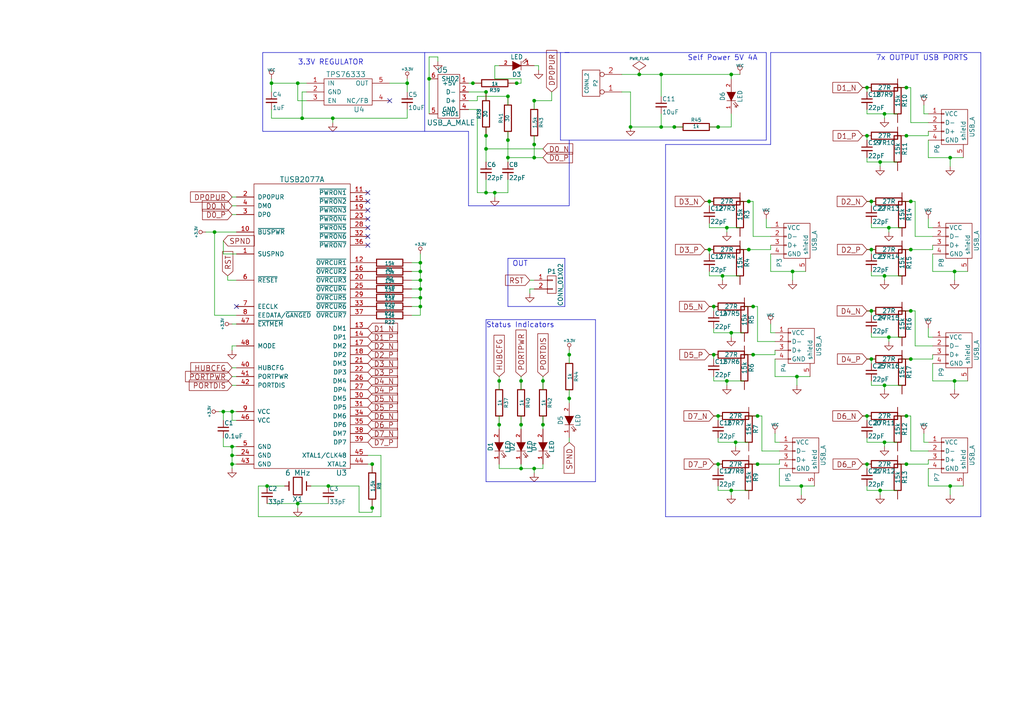
<source format=kicad_sch>
(kicad_sch (version 20230121) (generator eeschema)
  (paper "A4")
  (title_block (title "Septa") (date "2016-12-02") (rev "C") (company "SurveyCorps/USST") (comment 1 "7 port USB hub based on TUSB2077A") (comment 2 "Modified by Carl Hofmeister"))
  (junction (at 208.28 36.83))
  (junction (at 262.89 25.4))
  (junction (at 219.71 120.65))
  (junction (at 262.89 39.37))
  (junction (at 276.86 78.74))
  (junction (at 144.78 110.49))
  (junction (at 165.1 102.87))
  (junction (at 208.28 120.65))
  (junction (at 205.74 72.39))
  (junction (at 165.1 115.57))
  (junction (at 219.71 134.62))
  (junction (at 149.86 24.13))
  (junction (at 121.92 76.2))
  (junction (at 262.89 134.62))
  (junction (at 251.46 134.62))
  (junction (at 257.81 97.79))
  (junction (at 121.92 86.36))
  (junction (at 151.13 123.19))
  (junction (at 257.81 66.04))
  (junction (at 137.16 24.13))
  (junction (at 67.31 119.38))
  (junction (at 264.16 90.17))
  (junction (at 67.31 132.08))
  (junction (at 140.97 43.18))
  (junction (at 210.82 66.04))
  (junction (at 251.46 25.4))
  (junction (at 252.73 90.17))
  (junction (at 86.36 24.13))
  (junction (at 218.44 88.9))
  (junction (at 262.89 120.65))
  (junction (at 218.44 102.87))
  (junction (at 157.48 110.49))
  (junction (at 144.78 123.19))
  (junction (at 185.42 21.59))
  (junction (at 107.95 147.32))
  (junction (at 118.11 24.13))
  (junction (at 264.16 104.14))
  (junction (at 231.14 109.22))
  (junction (at 264.16 58.42))
  (junction (at 256.54 80.01))
  (junction (at 232.41 140.97))
  (junction (at 210.82 110.49))
  (junction (at 255.27 46.99))
  (junction (at 121.92 83.82))
  (junction (at 96.52 34.29))
  (junction (at 87.63 34.29))
  (junction (at 205.74 58.42))
  (junction (at 217.17 58.42))
  (junction (at 64.77 119.38))
  (junction (at 212.09 21.59))
  (junction (at 252.73 72.39))
  (junction (at 256.54 111.76))
  (junction (at 256.54 33.02))
  (junction (at 212.09 142.24))
  (junction (at 147.32 45.72))
  (junction (at 124.46 22.86))
  (junction (at 207.01 88.9))
  (junction (at 143.51 55.88))
  (junction (at 154.94 135.89))
  (junction (at 251.46 120.65))
  (junction (at 121.92 81.28))
  (junction (at 154.94 41.91))
  (junction (at 154.94 45.72))
  (junction (at 121.92 88.9))
  (junction (at 207.01 102.87))
  (junction (at 78.74 24.13))
  (junction (at 275.59 140.97))
  (junction (at 77.47 140.97))
  (junction (at 191.77 36.83))
  (junction (at 140.97 55.88))
  (junction (at 255.27 142.24))
  (junction (at 140.97 26.67))
  (junction (at 212.09 96.52))
  (junction (at 275.59 45.72))
  (junction (at 191.77 21.59))
  (junction (at 256.54 128.27))
  (junction (at 157.48 123.19))
  (junction (at 67.31 129.54))
  (junction (at 195.58 36.83))
  (junction (at 107.95 134.62))
  (junction (at 95.25 140.97))
  (junction (at 151.13 110.49))
  (junction (at 213.36 128.27))
  (junction (at 67.31 134.62))
  (junction (at 229.87 78.74))
  (junction (at 264.16 72.39))
  (junction (at 147.32 40.64))
  (junction (at 182.88 36.83))
  (junction (at 62.23 67.31))
  (junction (at 147.32 27.94))
  (junction (at 140.97 39.37))
  (junction (at 151.13 135.89))
  (junction (at 252.73 58.42))
  (junction (at 251.46 39.37))
  (junction (at 209.55 80.01))
  (junction (at 86.36 146.05))
  (junction (at 217.17 72.39))
  (junction (at 121.92 78.74))
  (junction (at 208.28 134.62))
  (junction (at 252.73 104.14))
  (junction (at 276.86 110.49))
  (junction (at 154.94 29.21))
  (no_connect (at 113.03 29.21))
  (no_connect (at 106.68 66.04))
  (no_connect (at 68.58 88.9))
  (no_connect (at 106.68 60.96))
  (no_connect (at 106.68 58.42))
  (no_connect (at 106.68 55.88))
  (no_connect (at 106.68 71.12))
  (no_connect (at 106.68 63.5))
  (no_connect (at 106.68 68.58))
  (wire (pts (xy 210.82 110.49) (xy 215.9 110.49)))
  (wire (pts (xy 144.78 135.89) (xy 151.13 135.89)))
  (wire (pts (xy 147.32 38.1) (xy 147.32 40.64)))
  (wire (pts (xy 64.77 119.38) (xy 67.31 119.38)))
  (wire (pts (xy 154.94 135.89) (xy 157.48 135.89)))
  (polyline (pts (xy 147.32 88.9) (xy 163.83 88.9)))
  (wire (pts (xy 151.13 120.65) (xy 151.13 123.19)))
  (wire (pts (xy 205.74 80.01) (xy 209.55 80.01)))
  (wire (pts (xy 143.51 19.05) (xy 144.78 19.05)))
  (polyline (pts (xy 172.72 139.7) (xy 172.72 92.71)))
  (polyline (pts (xy 223.52 41.91) (xy 193.04 41.91)))
  (wire (pts (xy 260.35 120.65) (xy 262.89 120.65)))
  (wire (pts (xy 124.46 22.86) (xy 124.46 33.02)))
  (wire (pts (xy 265.43 68.58) (xy 270.51 68.58)))
  (polyline (pts (xy 165.1 59.69) (xy 165.1 40.64)))
  (wire (pts (xy 138.43 27.94) (xy 147.32 27.94)))
  (wire (pts (xy 207.01 102.87) (xy 207.01 104.14)))
  (wire (pts (xy 250.19 39.37) (xy 251.46 39.37)))
  (wire (pts (xy 270.51 104.14) (xy 270.51 102.87)))
  (wire (pts (xy 252.73 58.42) (xy 252.73 59.69)))
  (wire (pts (xy 256.54 80.01) (xy 261.62 80.01)))
  (wire (pts (xy 66.04 81.28) (xy 66.04 80.01)))
  (wire (pts (xy 252.73 72.39) (xy 252.73 73.66)))
  (wire (pts (xy 86.36 29.21) (xy 86.36 24.13)))
  (wire (pts (xy 265.43 100.33) (xy 270.51 100.33)))
  (wire (pts (xy 264.16 130.81) (xy 269.24 130.81)))
  (wire (pts (xy 64.77 127) (xy 64.77 129.54)))
  (wire (pts (xy 68.58 106.68) (xy 67.31 106.68)))
  (wire (pts (xy 95.25 140.97) (xy 104.14 140.97)))
  (wire (pts (xy 208.28 142.24) (xy 212.09 142.24)))
  (wire (pts (xy 210.82 66.04) (xy 210.82 67.31)))
  (wire (pts (xy 252.73 66.04) (xy 257.81 66.04)))
  (wire (pts (xy 151.13 135.89) (xy 154.94 135.89)))
  (wire (pts (xy 67.31 129.54) (xy 68.58 129.54)))
  (wire (pts (xy 121.92 81.28) (xy 119.38 81.28)))
  (wire (pts (xy 208.28 120.65) (xy 208.28 121.92)))
  (wire (pts (xy 191.77 21.59) (xy 191.77 27.94)))
  (wire (pts (xy 270.51 78.74) (xy 276.86 78.74)))
  (wire (pts (xy 212.09 21.59) (xy 214.63 21.59)))
  (polyline (pts (xy 162.56 40.64) (xy 162.56 15.24)))
  (wire (pts (xy 143.51 22.86) (xy 143.51 19.05)))
  (wire (pts (xy 195.58 36.83) (xy 198.12 36.83)))
  (wire (pts (xy 77.47 140.97) (xy 82.55 140.97)))
  (wire (pts (xy 224.79 125.73) (xy 224.79 128.27)))
  (wire (pts (xy 191.77 36.83) (xy 195.58 36.83)))
  (wire (pts (xy 269.24 39.37) (xy 269.24 38.1)))
  (wire (pts (xy 251.46 134.62) (xy 251.46 135.89)))
  (wire (pts (xy 143.51 55.88) (xy 147.32 55.88)))
  (wire (pts (xy 154.94 45.72) (xy 157.48 45.72)))
  (wire (pts (xy 256.54 111.76) (xy 261.62 111.76)))
  (wire (pts (xy 212.09 142.24) (xy 212.09 143.51)))
  (wire (pts (xy 257.81 97.79) (xy 261.62 97.79)))
  (wire (pts (xy 154.94 135.89) (xy 154.94 137.16)))
  (wire (pts (xy 135.89 29.21) (xy 138.43 29.21)))
  (wire (pts (xy 269.24 45.72) (xy 275.59 45.72)))
  (wire (pts (xy 264.16 35.56) (xy 269.24 35.56)))
  (wire (pts (xy 264.16 25.4) (xy 264.16 35.56)))
  (polyline (pts (xy 193.04 149.86) (xy 284.48 149.86)))
  (wire (pts (xy 209.55 80.01) (xy 209.55 81.28)))
  (polyline (pts (xy 123.19 15.24) (xy 123.19 38.1)))
  (wire (pts (xy 64.77 121.92) (xy 64.77 119.38)))
  (wire (pts (xy 264.16 104.14) (xy 270.51 104.14)))
  (wire (pts (xy 147.32 24.13) (xy 149.86 24.13)))
  (wire (pts (xy 222.25 66.04) (xy 223.52 66.04)))
  (wire (pts (xy 222.25 63.5) (xy 222.25 66.04)))
  (wire (pts (xy 121.92 78.74) (xy 121.92 81.28)))
  (wire (pts (xy 182.88 26.67) (xy 180.34 26.67)))
  (wire (pts (xy 68.58 81.28) (xy 66.04 81.28)))
  (wire (pts (xy 260.35 39.37) (xy 262.89 39.37)))
  (wire (pts (xy 86.36 24.13) (xy 88.9 24.13)))
  (wire (pts (xy 261.62 58.42) (xy 264.16 58.42)))
  (wire (pts (xy 144.78 134.62) (xy 144.78 135.89)))
  (wire (pts (xy 118.11 24.13) (xy 118.11 26.67)))
  (wire (pts (xy 208.28 127) (xy 208.28 128.27)))
  (wire (pts (xy 205.74 66.04) (xy 210.82 66.04)))
  (wire (pts (xy 86.36 146.05) (xy 95.25 146.05)))
  (wire (pts (xy 251.46 58.42) (xy 252.73 58.42)))
  (wire (pts (xy 147.32 45.72) (xy 147.32 46.99)))
  (wire (pts (xy 267.97 33.02) (xy 269.24 33.02)))
  (wire (pts (xy 121.92 73.66) (xy 121.92 76.2)))
  (wire (pts (xy 157.48 43.18) (xy 140.97 43.18)))
  (wire (pts (xy 204.47 58.42) (xy 205.74 58.42)))
  (polyline (pts (xy 163.83 15.24) (xy 222.25 15.24)))
  (wire (pts (xy 144.78 110.49) (xy 144.78 113.03)))
  (wire (pts (xy 86.36 146.05) (xy 86.36 147.32)))
  (wire (pts (xy 257.81 66.04) (xy 257.81 67.31)))
  (wire (pts (xy 138.43 31.75) (xy 135.89 31.75)))
  (wire (pts (xy 104.14 140.97) (xy 104.14 148.59)))
  (polyline (pts (xy 163.83 88.9) (xy 163.83 74.93)))
  (polyline (pts (xy 223.52 15.24) (xy 284.48 15.24)))
  (wire (pts (xy 256.54 80.01) (xy 256.54 81.28)))
  (wire (pts (xy 215.9 102.87) (xy 218.44 102.87)))
  (wire (pts (xy 219.71 99.06) (xy 224.79 99.06)))
  (wire (pts (xy 156.21 19.05) (xy 156.21 20.32)))
  (wire (pts (xy 157.48 109.22) (xy 157.48 110.49)))
  (wire (pts (xy 59.69 67.31) (xy 62.23 67.31)))
  (wire (pts (xy 204.47 72.39) (xy 205.74 72.39)))
  (wire (pts (xy 269.24 66.04) (xy 270.51 66.04)))
  (wire (pts (xy 217.17 134.62) (xy 219.71 134.62)))
  (wire (pts (xy 96.52 34.29) (xy 118.11 34.29)))
  (wire (pts (xy 78.74 22.86) (xy 78.74 24.13)))
  (wire (pts (xy 264.16 120.65) (xy 264.16 130.81)))
  (wire (pts (xy 219.71 134.62) (xy 226.06 134.62)))
  (wire (pts (xy 226.06 140.97) (xy 232.41 140.97)))
  (wire (pts (xy 205.74 72.39) (xy 207.01 72.39)))
  (wire (pts (xy 252.73 90.17) (xy 254 90.17)))
  (wire (pts (xy 121.92 83.82) (xy 121.92 86.36)))
  (wire (pts (xy 261.62 90.17) (xy 264.16 90.17)))
  (wire (pts (xy 124.46 16.51) (xy 127 16.51)))
  (wire (pts (xy 208.28 134.62) (xy 208.28 135.89)))
  (wire (pts (xy 261.62 104.14) (xy 264.16 104.14)))
  (wire (pts (xy 165.1 102.87) (xy 165.1 105.41)))
  (wire (pts (xy 223.52 78.74) (xy 229.87 78.74)))
  (wire (pts (xy 140.97 36.83) (xy 140.97 39.37)))
  (polyline (pts (xy 222.25 40.64) (xy 162.56 40.64)))
  (wire (pts (xy 251.46 120.65) (xy 252.73 120.65)))
  (wire (pts (xy 270.51 73.66) (xy 270.51 78.74)))
  (wire (pts (xy 118.11 34.29) (xy 118.11 31.75)))
  (wire (pts (xy 207.01 96.52) (xy 212.09 96.52)))
  (wire (pts (xy 251.46 46.99) (xy 255.27 46.99)))
  (wire (pts (xy 207.01 134.62) (xy 208.28 134.62)))
  (wire (pts (xy 121.92 81.28) (xy 121.92 83.82)))
  (wire (pts (xy 267.97 125.73) (xy 267.97 128.27)))
  (wire (pts (xy 213.36 128.27) (xy 213.36 129.54)))
  (wire (pts (xy 62.23 67.31) (xy 68.58 67.31)))
  (wire (pts (xy 127 16.51) (xy 127 17.78)))
  (wire (pts (xy 267.97 30.48) (xy 267.97 33.02)))
  (wire (pts (xy 154.94 39.37) (xy 154.94 41.91)))
  (wire (pts (xy 218.44 68.58) (xy 223.52 68.58)))
  (polyline (pts (xy 223.52 41.91) (xy 223.52 15.24)))
  (wire (pts (xy 251.46 104.14) (xy 252.73 104.14)))
  (wire (pts (xy 68.58 59.69) (xy 67.31 59.69)))
  (wire (pts (xy 231.14 109.22) (xy 231.14 111.76)))
  (wire (pts (xy 214.63 58.42) (xy 217.17 58.42)))
  (wire (pts (xy 256.54 33.02) (xy 260.35 33.02)))
  (wire (pts (xy 77.47 146.05) (xy 86.36 146.05)))
  (wire (pts (xy 269.24 95.25) (xy 269.24 97.79)))
  (wire (pts (xy 147.32 27.94) (xy 147.32 30.48)))
  (wire (pts (xy 252.73 80.01) (xy 256.54 80.01)))
  (wire (pts (xy 252.73 64.77) (xy 252.73 66.04)))
  (wire (pts (xy 267.97 128.27) (xy 269.24 128.27)))
  (wire (pts (xy 223.52 93.98) (xy 223.52 96.52)))
  (wire (pts (xy 107.95 147.32) (xy 107.95 148.59)))
  (wire (pts (xy 62.23 91.44) (xy 68.58 91.44)))
  (wire (pts (xy 251.46 128.27) (xy 256.54 128.27)))
  (wire (pts (xy 205.74 58.42) (xy 207.01 58.42)))
  (wire (pts (xy 143.51 22.86) (xy 151.13 22.86)))
  (wire (pts (xy 255.27 46.99) (xy 260.35 46.99)))
  (wire (pts (xy 226.06 135.89) (xy 226.06 140.97)))
  (polyline (pts (xy 135.89 38.1) (xy 135.89 59.69)))
  (wire (pts (xy 68.58 100.33) (xy 67.31 100.33)))
  (wire (pts (xy 269.24 97.79) (xy 270.51 97.79)))
  (wire (pts (xy 135.89 24.13) (xy 137.16 24.13)))
  (polyline (pts (xy 163.83 74.93) (xy 147.32 74.93)))
  (wire (pts (xy 251.46 134.62) (xy 252.73 134.62)))
  (wire (pts (xy 67.31 134.62) (xy 67.31 135.89)))
  (wire (pts (xy 275.59 45.72) (xy 279.4 45.72)))
  (wire (pts (xy 229.87 78.74) (xy 233.68 78.74)))
  (wire (pts (xy 107.95 148.59) (xy 104.14 148.59)))
  (wire (pts (xy 232.41 140.97) (xy 232.41 143.51)))
  (wire (pts (xy 252.73 104.14) (xy 254 104.14)))
  (wire (pts (xy 220.98 130.81) (xy 226.06 130.81)))
  (wire (pts (xy 208.28 128.27) (xy 213.36 128.27)))
  (wire (pts (xy 205.74 72.39) (xy 205.74 73.66)))
  (wire (pts (xy 224.79 128.27) (xy 226.06 128.27)))
  (wire (pts (xy 106.68 134.62) (xy 107.95 134.62)))
  (wire (pts (xy 252.73 90.17) (xy 252.73 91.44)))
  (wire (pts (xy 113.03 24.13) (xy 118.11 24.13)))
  (wire (pts (xy 153.67 81.28) (xy 154.94 81.28)))
  (wire (pts (xy 185.42 21.59) (xy 191.77 21.59)))
  (wire (pts (xy 135.89 26.67) (xy 140.97 26.67)))
  (wire (pts (xy 275.59 45.72) (xy 275.59 48.26)))
  (wire (pts (xy 151.13 123.19) (xy 151.13 124.46)))
  (wire (pts (xy 90.17 140.97) (xy 95.25 140.97)))
  (wire (pts (xy 87.63 26.67) (xy 87.63 34.29)))
  (wire (pts (xy 276.86 110.49) (xy 280.67 110.49)))
  (wire (pts (xy 252.73 78.74) (xy 252.73 80.01)))
  (wire (pts (xy 214.63 72.39) (xy 217.17 72.39)))
  (wire (pts (xy 140.97 55.88) (xy 143.51 55.88)))
  (wire (pts (xy 144.78 123.19) (xy 144.78 124.46)))
  (wire (pts (xy 251.46 39.37) (xy 251.46 40.64)))
  (wire (pts (xy 208.28 134.62) (xy 209.55 134.62)))
  (wire (pts (xy 269.24 40.64) (xy 269.24 45.72)))
  (wire (pts (xy 208.28 140.97) (xy 208.28 142.24)))
  (wire (pts (xy 251.46 33.02) (xy 256.54 33.02)))
  (wire (pts (xy 157.48 120.65) (xy 157.48 123.19)))
  (wire (pts (xy 224.79 109.22) (xy 231.14 109.22)))
  (wire (pts (xy 256.54 33.02) (xy 256.54 34.29)))
  (wire (pts (xy 251.46 120.65) (xy 251.46 121.92)))
  (wire (pts (xy 219.71 120.65) (xy 220.98 120.65)))
  (wire (pts (xy 260.35 134.62) (xy 262.89 134.62)))
  (wire (pts (xy 269.24 63.5) (xy 269.24 66.04)))
  (wire (pts (xy 252.73 111.76) (xy 256.54 111.76)))
  (polyline (pts (xy 222.25 15.24) (xy 222.25 40.64)))
  (wire (pts (xy 121.92 88.9) (xy 121.92 91.44)))
  (wire (pts (xy 62.23 67.31) (xy 62.23 91.44)))
  (wire (pts (xy 157.48 135.89) (xy 157.48 134.62)))
  (wire (pts (xy 270.51 72.39) (xy 270.51 71.12)))
  (wire (pts (xy 231.14 109.22) (xy 234.95 109.22)))
  (wire (pts (xy 67.31 129.54) (xy 67.31 132.08)))
  (wire (pts (xy 207.01 109.22) (xy 207.01 110.49)))
  (wire (pts (xy 64.77 129.54) (xy 67.31 129.54)))
  (wire (pts (xy 143.51 57.15) (xy 143.51 55.88)))
  (wire (pts (xy 223.52 96.52) (xy 224.79 96.52)))
  (wire (pts (xy 251.46 45.72) (xy 251.46 46.99)))
  (wire (pts (xy 220.98 120.65) (xy 220.98 130.81)))
  (wire (pts (xy 256.54 111.76) (xy 256.54 113.03)))
  (wire (pts (xy 154.94 41.91) (xy 154.94 45.72)))
  (wire (pts (xy 207.01 110.49) (xy 210.82 110.49)))
  (wire (pts (xy 205.74 36.83) (xy 208.28 36.83)))
  (wire (pts (xy 257.81 66.04) (xy 261.62 66.04)))
  (wire (pts (xy 68.58 121.92) (xy 67.31 121.92)))
  (wire (pts (xy 121.92 83.82) (xy 119.38 83.82)))
  (wire (pts (xy 212.09 21.59) (xy 212.09 22.86)))
  (wire (pts (xy 157.48 110.49) (xy 157.48 113.03)))
  (wire (pts (xy 74.93 140.97) (xy 77.47 140.97)))
  (wire (pts (xy 275.59 140.97) (xy 275.59 143.51)))
  (wire (pts (xy 74.93 149.86) (xy 74.93 140.97)))
  (wire (pts (xy 255.27 46.99) (xy 255.27 48.26)))
  (wire (pts (xy 154.94 29.21) (xy 154.94 31.75)))
  (wire (pts (xy 96.52 35.56) (xy 96.52 34.29)))
  (wire (pts (xy 151.13 24.13) (xy 151.13 22.86)))
  (wire (pts (xy 144.78 120.65) (xy 144.78 123.19)))
  (wire (pts (xy 205.74 58.42) (xy 205.74 59.69)))
  (wire (pts (xy 217.17 72.39) (xy 223.52 72.39)))
  (wire (pts (xy 121.92 78.74) (xy 119.38 78.74)))
  (polyline (pts (xy 147.32 74.93) (xy 147.32 88.9)))
  (wire (pts (xy 121.92 76.2) (xy 121.92 78.74)))
  (wire (pts (xy 68.58 93.98) (xy 67.31 93.98)))
  (wire (pts (xy 210.82 110.49) (xy 210.82 111.76)))
  (polyline (pts (xy 284.48 149.86) (xy 284.48 15.24)))
  (wire (pts (xy 154.94 83.82) (xy 153.67 83.82)))
  (wire (pts (xy 140.97 43.18) (xy 140.97 46.99)))
  (polyline (pts (xy 76.2 15.24) (xy 165.1 15.24)))
  (wire (pts (xy 218.44 102.87) (xy 224.79 102.87)))
  (wire (pts (xy 154.94 19.05) (xy 156.21 19.05)))
  (wire (pts (xy 182.88 26.67) (xy 182.88 36.83)))
  (wire (pts (xy 215.9 88.9) (xy 218.44 88.9)))
  (wire (pts (xy 165.1 101.6) (xy 165.1 102.87)))
  (wire (pts (xy 218.44 88.9) (xy 219.71 88.9)))
  (wire (pts (xy 121.92 86.36) (xy 119.38 86.36)))
  (wire (pts (xy 138.43 31.75) (xy 138.43 55.88)))
  (polyline (pts (xy 135.89 59.69) (xy 165.1 59.69)))
  (wire (pts (xy 207.01 95.25) (xy 207.01 96.52)))
  (wire (pts (xy 149.86 24.13) (xy 151.13 24.13)))
  (wire (pts (xy 180.34 21.59) (xy 185.42 21.59)))
  (wire (pts (xy 250.19 134.62) (xy 251.46 134.62)))
  (wire (pts (xy 67.31 100.33) (xy 67.31 101.6)))
  (wire (pts (xy 218.44 58.42) (xy 218.44 68.58)))
  (wire (pts (xy 251.46 25.4) (xy 251.46 26.67)))
  (wire (pts (xy 147.32 55.88) (xy 147.32 52.07)))
  (wire (pts (xy 269.24 140.97) (xy 275.59 140.97)))
  (wire (pts (xy 87.63 34.29) (xy 96.52 34.29)))
  (wire (pts (xy 229.87 78.74) (xy 229.87 81.28)))
  (wire (pts (xy 68.58 57.15) (xy 67.31 57.15)))
  (wire (pts (xy 275.59 140.97) (xy 279.4 140.97)))
  (wire (pts (xy 251.46 25.4) (xy 252.73 25.4)))
  (wire (pts (xy 140.97 26.67) (xy 140.97 29.21)))
  (wire (pts (xy 262.89 134.62) (xy 269.24 134.62)))
  (wire (pts (xy 121.92 86.36) (xy 121.92 88.9)))
  (wire (pts (xy 68.58 111.76) (xy 67.31 111.76)))
  (wire (pts (xy 151.13 109.22) (xy 151.13 110.49)))
  (wire (pts (xy 107.95 144.78) (xy 107.95 147.32)))
  (wire (pts (xy 110.49 149.86) (xy 74.93 149.86)))
  (wire (pts (xy 208.28 120.65) (xy 209.55 120.65)))
  (wire (pts (xy 257.81 97.79) (xy 257.81 99.06)))
  (wire (pts (xy 147.32 40.64) (xy 147.32 45.72)))
  (wire (pts (xy 212.09 96.52) (xy 215.9 96.52)))
  (wire (pts (xy 68.58 132.08) (xy 67.31 132.08)))
  (wire (pts (xy 256.54 128.27) (xy 256.54 129.54)))
  (wire (pts (xy 138.43 29.21) (xy 138.43 27.94)))
  (wire (pts (xy 252.73 58.42) (xy 254 58.42)))
  (wire (pts (xy 209.55 80.01) (xy 214.63 80.01)))
  (wire (pts (xy 250.19 25.4) (xy 251.46 25.4)))
  (polyline (pts (xy 193.04 41.91) (xy 193.04 149.86)))
  (wire (pts (xy 264.16 58.42) (xy 265.43 58.42)))
  (wire (pts (xy 223.52 73.66) (xy 223.52 78.74)))
  (wire (pts (xy 205.74 78.74) (xy 205.74 80.01)))
  (wire (pts (xy 223.52 72.39) (xy 223.52 71.12)))
  (wire (pts (xy 118.11 22.86) (xy 118.11 24.13)))
  (polyline (pts (xy 140.97 139.7) (xy 172.72 139.7)))
  (wire (pts (xy 207.01 120.65) (xy 208.28 120.65)))
  (wire (pts (xy 265.43 58.42) (xy 265.43 68.58)))
  (wire (pts (xy 67.31 119.38) (xy 68.58 119.38)))
  (wire (pts (xy 88.9 29.21) (xy 86.36 29.21)))
  (wire (pts (xy 67.31 121.92) (xy 67.31 119.38)))
  (wire (pts (xy 224.79 104.14) (xy 224.79 109.22)))
  (wire (pts (xy 205.74 88.9) (xy 207.01 88.9)))
  (wire (pts (xy 264.16 72.39) (xy 270.51 72.39)))
  (wire (pts (xy 276.86 78.74) (xy 276.86 81.28)))
  (wire (pts (xy 63.5 119.38) (xy 64.77 119.38)))
  (wire (pts (xy 226.06 134.62) (xy 226.06 133.35)))
  (wire (pts (xy 217.17 120.65) (xy 219.71 120.65)))
  (wire (pts (xy 67.31 132.08) (xy 67.31 134.62)))
  (wire (pts (xy 213.36 128.27) (xy 217.17 128.27)))
  (wire (pts (xy 265.43 90.17) (xy 265.43 100.33)))
  (wire (pts (xy 151.13 110.49) (xy 151.13 113.03)))
  (wire (pts (xy 212.09 96.52) (xy 212.09 97.79)))
  (wire (pts (xy 78.74 24.13) (xy 78.74 26.67)))
  (wire (pts (xy 121.92 88.9) (xy 119.38 88.9)))
  (wire (pts (xy 151.13 134.62) (xy 151.13 135.89)))
  (wire (pts (xy 68.58 62.23) (xy 67.31 62.23)))
  (wire (pts (xy 232.41 140.97) (xy 236.22 140.97)))
  (wire (pts (xy 191.77 36.83) (xy 191.77 33.02)))
  (wire (pts (xy 251.46 72.39) (xy 252.73 72.39)))
  (wire (pts (xy 191.77 21.59) (xy 212.09 21.59)))
  (wire (pts (xy 261.62 72.39) (xy 264.16 72.39)))
  (wire (pts (xy 140.97 52.07) (xy 140.97 55.88)))
  (wire (pts (xy 250.19 120.65) (xy 251.46 120.65)))
  (wire (pts (xy 262.89 39.37) (xy 269.24 39.37)))
  (wire (pts (xy 165.1 127) (xy 165.1 128.27)))
  (wire (pts (xy 269.24 134.62) (xy 269.24 133.35)))
  (wire (pts (xy 251.46 142.24) (xy 255.27 142.24)))
  (wire (pts (xy 208.28 36.83) (xy 212.09 36.83)))
  (wire (pts (xy 251.46 90.17) (xy 252.73 90.17)))
  (wire (pts (xy 252.73 72.39) (xy 254 72.39)))
  (wire (pts (xy 255.27 142.24) (xy 260.35 142.24)))
  (wire (pts (xy 124.46 16.51) (xy 124.46 22.86)))
  (wire (pts (xy 154.94 29.21) (xy 160.02 29.21)))
  (wire (pts (xy 64.77 73.66) (xy 64.77 69.85)))
  (wire (pts (xy 276.86 110.49) (xy 276.86 113.03)))
  (wire (pts (xy 140.97 39.37) (xy 140.97 43.18)))
  (polyline (pts (xy 76.2 38.1) (xy 76.2 15.24)))
  (wire (pts (xy 205.74 64.77) (xy 205.74 66.04)))
  (wire (pts (xy 252.73 97.79) (xy 257.81 97.79)))
  (wire (pts (xy 251.46 140.97) (xy 251.46 142.24)))
  (polyline (pts (xy 76.2 38.1) (xy 135.89 38.1)))
  (wire (pts (xy 157.48 123.19) (xy 157.48 124.46)))
  (wire (pts (xy 224.79 102.87) (xy 224.79 101.6)))
  (wire (pts (xy 107.95 134.62) (xy 107.95 137.16)))
  (wire (pts (xy 182.88 36.83) (xy 191.77 36.83)))
  (wire (pts (xy 207.01 88.9) (xy 208.28 88.9)))
  (wire (pts (xy 217.17 58.42) (xy 218.44 58.42)))
  (wire (pts (xy 165.1 115.57) (xy 165.1 116.84)))
  (wire (pts (xy 264.16 90.17) (xy 265.43 90.17)))
  (wire (pts (xy 88.9 26.67) (xy 87.63 26.67)))
  (wire (pts (xy 212.09 142.24) (xy 217.17 142.24)))
  (wire (pts (xy 212.09 36.83) (xy 212.09 33.02)))
  (wire (pts (xy 137.16 24.13) (xy 139.7 24.13)))
  (wire (pts (xy 205.74 102.87) (xy 207.01 102.87)))
  (wire (pts (xy 262.89 120.65) (xy 264.16 120.65)))
  (wire (pts (xy 78.74 24.13) (xy 86.36 24.13)))
  (wire (pts (xy 251.46 39.37) (xy 252.73 39.37)))
  (wire (pts (xy 207.01 88.9) (xy 207.01 90.17)))
  (wire (pts (xy 119.38 76.2) (xy 121.92 76.2)))
  (polyline (pts (xy 172.72 92.71) (xy 140.97 92.71)))
  (wire (pts (xy 121.92 91.44) (xy 119.38 91.44)))
  (wire (pts (xy 260.35 25.4) (xy 262.89 25.4)))
  (polyline (pts (xy 140.97 92.71) (xy 140.97 139.7)))
  (wire (pts (xy 68.58 109.22) (xy 67.31 109.22)))
  (wire (pts (xy 160.02 29.21) (xy 160.02 26.67)))
  (wire (pts (xy 276.86 78.74) (xy 280.67 78.74)))
  (wire (pts (xy 78.74 34.29) (xy 87.63 34.29)))
  (wire (pts (xy 252.73 110.49) (xy 252.73 111.76)))
  (wire (pts (xy 64.77 73.66) (xy 68.58 73.66)))
  (wire (pts (xy 153.67 83.82) (xy 153.67 85.09)))
  (wire (pts (xy 256.54 128.27) (xy 260.35 128.27)))
  (wire (pts (xy 78.74 31.75) (xy 78.74 34.29)))
  (wire (pts (xy 269.24 135.89) (xy 269.24 140.97)))
  (wire (pts (xy 147.32 45.72) (xy 154.94 45.72)))
  (wire (pts (xy 219.71 88.9) (xy 219.71 99.06)))
  (wire (pts (xy 252.73 96.52) (xy 252.73 97.79)))
  (wire (pts (xy 262.89 25.4) (xy 264.16 25.4)))
  (wire (pts (xy 210.82 66.04) (xy 214.63 66.04)))
  (wire (pts (xy 106.68 132.08) (xy 110.49 132.08)))
  (wire (pts (xy 251.46 31.75) (xy 251.46 33.02)))
  (wire (pts (xy 255.27 142.24) (xy 255.27 143.51)))
  (wire (pts (xy 270.51 105.41) (xy 270.51 110.49)))
  (wire (pts (xy 138.43 55.88) (xy 140.97 55.88)))
  (wire (pts (xy 68.58 134.62) (xy 67.31 134.62)))
  (wire (pts (xy 252.73 104.14) (xy 252.73 105.41)))
  (wire (pts (xy 270.51 110.49) (xy 276.86 110.49)))
  (wire (pts (xy 251.46 127) (xy 251.46 128.27)))
  (wire (pts (xy 207.01 102.87) (xy 208.28 102.87)))
  (wire (pts (xy 165.1 113.03) (xy 165.1 115.57)))
  (wire (pts (xy 110.49 132.08) (xy 110.49 149.86)))
  (wire (pts (xy 144.78 109.22) (xy 144.78 110.49)))
  (text "Status Indicators" (at 140.97 95.25 0) (effects (font (size 1.524 1.524)) (justify left bottom)))
  (text "Self Power 5V 4A" (at 199.39 17.78 0) (effects (font (size 1.524 1.524)) (justify left bottom)))
  (text "OUT" (at 148.59 77.47 0) (effects (font (size 1.524 1.524)) (justify left bottom)))
  (text "3.3V REGULATOR" (at 86.36 19.05 0) (effects (font (size 1.524 1.524)) (justify left bottom)))
  (text "7x OUTPUT USB PORTS" (at 254 17.78 0) (effects (font (size 1.524 1.524)) (justify left bottom)))
  (global_label "D6_N" (shape input) (at 106.68 120.65 0) (effects (font (size 1.524 1.524))) (property "Intersheetrefs" "${INTERSHEET_REFS}" (effects hide)))
  (global_label "D0_N" (shape input) (at 67.31 59.69 180) (effects (font (size 1.524 1.524))) (property "Intersheetrefs" "${INTERSHEET_REFS}" (effects hide)))
  (global_label "D5_N" (shape input) (at 106.68 115.57 0) (effects (font (size 1.524 1.524))) (property "Intersheetrefs" "${INTERSHEET_REFS}" (effects hide)))
  (global_label "D7_N" (shape input) (at 106.68 125.73 0) (effects (font (size 1.524 1.524))) (property "Intersheetrefs" "${INTERSHEET_REFS}" (effects hide)))
  (global_label "PORTDIS" (shape input) (at 67.31 111.76 180) (effects (font (size 1.524 1.524))) (property "Intersheetrefs" "${INTERSHEET_REFS}" (effects hide)))
  (global_label "RST" (shape input) (at 66.04 80.01 90) (effects (font (size 1.524 1.524))) (property "Intersheetrefs" "${INTERSHEET_REFS}" (effects hide)))
  (global_label "DP0PUR" (shape input) (at 67.31 57.15 180) (effects (font (size 1.524 1.524))) (property "Intersheetrefs" "${INTERSHEET_REFS}" (effects hide)))
  (global_label "D2_N" (shape input) (at 106.68 100.33 0) (effects (font (size 1.524 1.524))) (property "Intersheetrefs" "${INTERSHEET_REFS}" (effects hide)))
  (global_label "PORTPWR" (shape input) (at 151.13 109.22 90) (effects (font (size 1.524 1.524))) (property "Intersheetrefs" "${INTERSHEET_REFS}" (effects hide)))
  (global_label "D6_P" (shape input) (at 250.19 134.62 180) (effects (font (size 1.524 1.524))) (property "Intersheetrefs" "${INTERSHEET_REFS}" (effects hide)))
  (global_label "D2_P" (shape input) (at 251.46 72.39 180) (effects (font (size 1.524 1.524))) (property "Intersheetrefs" "${INTERSHEET_REFS}" (effects hide)))
  (global_label "D7_P" (shape input) (at 106.68 128.27 0) (effects (font (size 1.524 1.524))) (property "Intersheetrefs" "${INTERSHEET_REFS}" (effects hide)))
  (global_label "D1_N" (shape input) (at 106.68 95.25 0) (effects (font (size 1.524 1.524))) (property "Intersheetrefs" "${INTERSHEET_REFS}" (effects hide)))
  (global_label "SPND" (shape input) (at 165.1 128.27 270) (effects (font (size 1.524 1.524))) (property "Intersheetrefs" "${INTERSHEET_REFS}" (effects hide)))
  (global_label "DP0PUR" (shape input) (at 160.02 26.67 90) (effects (font (size 1.524 1.524))) (property "Intersheetrefs" "${INTERSHEET_REFS}" (effects hide)))
  (global_label "D5_N" (shape input) (at 205.74 88.9 180) (effects (font (size 1.524 1.524))) (property "Intersheetrefs" "${INTERSHEET_REFS}" (effects hide)))
  (global_label "D0_P" (shape input) (at 67.31 62.23 180) (effects (font (size 1.524 1.524))) (property "Intersheetrefs" "${INTERSHEET_REFS}" (effects hide)))
  (global_label "D3_P" (shape input) (at 204.47 72.39 180) (effects (font (size 1.524 1.524))) (property "Intersheetrefs" "${INTERSHEET_REFS}" (effects hide)))
  (global_label "D3_N" (shape input) (at 204.47 58.42 180) (effects (font (size 1.524 1.524))) (property "Intersheetrefs" "${INTERSHEET_REFS}" (effects hide)))
  (global_label "PORTDIS" (shape input) (at 157.48 109.22 90) (effects (font (size 1.524 1.524))) (property "Intersheetrefs" "${INTERSHEET_REFS}" (effects hide)))
  (global_label "D7_N" (shape input) (at 207.01 120.65 180) (effects (font (size 1.524 1.524))) (property "Intersheetrefs" "${INTERSHEET_REFS}" (effects hide)))
  (global_label "D2_N" (shape input) (at 251.46 58.42 180) (effects (font (size 1.524 1.524))) (property "Intersheetrefs" "${INTERSHEET_REFS}" (effects hide)))
  (global_label "D4_P" (shape input) (at 106.68 113.03 0) (effects (font (size 1.524 1.524))) (property "Intersheetrefs" "${INTERSHEET_REFS}" (effects hide)))
  (global_label "D0_P" (shape input) (at 157.48 45.72 0) (effects (font (size 1.524 1.524))) (property "Intersheetrefs" "${INTERSHEET_REFS}" (effects hide)))
  (global_label "D0_N" (shape input) (at 157.48 43.18 0) (effects (font (size 1.524 1.524))) (property "Intersheetrefs" "${INTERSHEET_REFS}" (effects hide)))
  (global_label "D5_P" (shape input) (at 205.74 102.87 180) (effects (font (size 1.524 1.524))) (property "Intersheetrefs" "${INTERSHEET_REFS}" (effects hide)))
  (global_label "D7_P" (shape input) (at 207.01 134.62 180) (effects (font (size 1.524 1.524))) (property "Intersheetrefs" "${INTERSHEET_REFS}" (effects hide)))
  (global_label "D3_P" (shape input) (at 106.68 107.95 0) (effects (font (size 1.524 1.524))) (property "Intersheetrefs" "${INTERSHEET_REFS}" (effects hide)))
  (global_label "D6_N" (shape input) (at 250.19 120.65 180) (effects (font (size 1.524 1.524))) (property "Intersheetrefs" "${INTERSHEET_REFS}" (effects hide)))
  (global_label "D3_N" (shape input) (at 106.68 105.41 0) (effects (font (size 1.524 1.524))) (property "Intersheetrefs" "${INTERSHEET_REFS}" (effects hide)))
  (global_label "HUBCFG" (shape input) (at 67.31 106.68 180) (effects (font (size 1.524 1.524))) (property "Intersheetrefs" "${INTERSHEET_REFS}" (effects hide)))
  (global_label "D4_N" (shape input) (at 106.68 110.49 0) (effects (font (size 1.524 1.524))) (property "Intersheetrefs" "${INTERSHEET_REFS}" (effects hide)))
  (global_label "D6_P" (shape input) (at 106.68 123.19 0) (effects (font (size 1.524 1.524))) (property "Intersheetrefs" "${INTERSHEET_REFS}" (effects hide)))
  (global_label "D1_P" (shape input) (at 250.19 39.37 180) (effects (font (size 1.524 1.524))) (property "Intersheetrefs" "${INTERSHEET_REFS}" (effects hide)))
  (global_label "D5_P" (shape input) (at 106.68 118.11 0) (effects (font (size 1.524 1.524))) (property "Intersheetrefs" "${INTERSHEET_REFS}" (effects hide)))
  (global_label "RST" (shape input) (at 153.67 81.28 180) (effects (font (size 1.524 1.524))) (property "Intersheetrefs" "${INTERSHEET_REFS}" (effects hide)))
  (global_label "D2_P" (shape input) (at 106.68 102.87 0) (effects (font (size 1.524 1.524))) (property "Intersheetrefs" "${INTERSHEET_REFS}" (effects hide)))
  (global_label "HUBCFG" (shape input) (at 144.78 109.22 90) (effects (font (size 1.524 1.524))) (property "Intersheetrefs" "${INTERSHEET_REFS}" (effects hide)))
  (global_label "D1_N" (shape input) (at 250.19 25.4 180) (effects (font (size 1.524 1.524))) (property "Intersheetrefs" "${INTERSHEET_REFS}" (effects hide)))
  (global_label "SPND" (shape input) (at 64.77 69.85 0) (effects (font (size 1.524 1.524))) (property "Intersheetrefs" "${INTERSHEET_REFS}" (effects hide)))
  (global_label "D4_P" (shape input) (at 251.46 104.14 180) (effects (font (size 1.524 1.524))) (property "Intersheetrefs" "${INTERSHEET_REFS}" (effects hide)))
  (global_label "D4_N" (shape input) (at 251.46 90.17 180) (effects (font (size 1.524 1.524))) (property "Intersheetrefs" "${INTERSHEET_REFS}" (effects hide)))
  (global_label "PORTPWR" (shape input) (at 67.31 109.22 180) (effects (font (size 1.524 1.524))) (property "Intersheetrefs" "${INTERSHEET_REFS}" (effects hide)))
  (global_label "D1_P" (shape input) (at 106.68 97.79 0) (effects (font (size 1.524 1.524))) (property "Intersheetrefs" "${INTERSHEET_REFS}" (effects hide)))
  (symbol (lib_id "usb_hub-rescue:TUSB2077A") (at 87.63 69.85 0) (unit 1)
    (property "Reference" "U3" (at 99.06 137.16 0) (effects (font (size 1.524 1.524))))
    (property "Value" "TUSB2077A" (at 87.63 52.07 0) (effects (font (size 1.524 1.524))))
    (property "Footprint" "Housings_QFP:TQFP-48_7x7mm_Pitch0.5mm" (effects hide))
    (property "SUPPLIER" "c" (effects hide))
    (property "SBAPN" "Value" (effects hide))
    (property "MFRPN" "TUSB2077APTR" (effects hide))
    (property "KITTING" "tape-with-leader" (effects hide))
    (property "KITTING_D" "Value" (effects hide))
    (property "LINK" "http://www.ti.com/lit/ds/symlink/tusb2077a.pdf" (effects hide))
    (property "LINK_PAGE" "http://www.ti.com/lit/ds/symlink/tusb2077a.pdf#page=17" (effects hide))
    (property "DESCRIPTION" "IC TUSB2077A TQFP-48" (effects hide))
    (property "PACKAGE" "TQFP-48" (effects hide))
    (property "DIGIKEY" "296-37871-6-ND" (effects hide))
    (property "MOUSER" "Value" (effects hide))
  )
  (symbol (lib_id "usb_hub-rescue:TPS76333-RESCUE-usb_hub") (at 100.33 26.67 0) (unit 1)
    (property "Reference" "U4" (at 104.14 31.75 0) (effects (font (size 1.524 1.524))))
    (property "Value" "TPS76333" (at 100.33 21.59 0) (effects (font (size 1.524 1.524))))
    (property "Footprint" "TO_SOT_Packages_SMD:SOT-23-5" (effects hide))
    (property "SUPPLIER" "c" (effects hide))
    (property "SBAPN" "Value" (effects hide))
    (property "MFRPN" "TPS76333DBVR" (effects hide))
    (property "KITTING" "tape-with-leader" (effects hide))
    (property "KITTING_D" "Value" (effects hide))
    (property "LINK" "http://www.ti.com/lit/ds/symlink/tps76333.pdf" (effects hide))
    (property "LINK_PAGE" "http://www.ti.com/lit/ds/symlink/tps76333.pdf#page=23" (effects hide))
    (property "DESCRIPTION" "IC TPS76333 SOT-23-5" (effects hide))
    (property "PACKAGE" "SOT-23-5" (effects hide))
    (property "DIGIKEY" "296-11021-6-ND" (effects hide))
    (property "MOUSER" "Value" (effects hide))
  )
  (symbol (lib_id "usb_hub-rescue:GND-RESCUE-usb_hub") (at 182.88 36.83 0) (unit 1)
    (property "Reference" "#PWR01" (effects hide))
    (property "Value" "GND" (effects hide))
  )
  (symbol (lib_id "usb_hub-rescue:GND-RESCUE-usb_hub") (at 96.52 35.56 0) (unit 1)
    (property "Reference" "#PWR02" (effects hide))
    (property "Value" "GND" (effects hide))
  )
  (symbol (lib_id "usb_hub-rescue:R-RESCUE-usb_hub") (at 143.51 24.13 270) (unit 1)
    (property "Reference" "R39" (at 143.51 26.162 90) (effects (font (size 1.016 1.016))))
    (property "Value" "1k" (at 143.5354 24.3078 90) (effects (font (size 1.016 1.016))))
    (property "Footprint" "Resistors_SMD:R_0805" (effects hide))
    (property "SUPPLIER" "c" (effects hide))
    (property "SBAPN" "Value" (effects hide))
    (property "MFRPN" "ESR03EZPJ102" (effects hide))
    (property "KITTING" "tape-with-leader" (effects hide))
    (property "KITTING_D" "Value" (effects hide))
    (property "LINK" "http://rohmfs.rohm.com/en/products/databook/datasheet/passive/resistor/chip_resistor/esr.pdf" (effects hide))
    (property "LINK_PAGE" "http://rohmfs.rohm.com/en/products/databook/datasheet/passive/resistor/chip_resistor/esr.pdf#page=2" (effects hide))
    (property "DESCRIPTION" "RES 1k 0603" (effects hide))
    (property "PACKAGE" "0603" (effects hide))
    (property "DIGIKEY" "RHM1.0KDDKR-ND" (effects hide))
    (property "MOUSER" "Value" (effects hide))
  )
  (symbol (lib_id "usb_hub-rescue:USB_A_MALE") (at 128.27 30.48 180) (unit 1)
    (property "Reference" "U5" (at 128.27 20.32 0) (effects (font (size 1.524 1.524))))
    (property "Value" "USB_A_MALE" (at 130.81 35.56 0) (effects (font (size 1.524 1.524))))
    (property "Footprint" "Connect:USB_Mini-B" (effects hide))
    (property "SUPPLIER" "c" (effects hide))
    (property "SBAPN" "Value" (effects hide))
    (property "MFRPN" "0473461001" (effects hide))
    (property "KITTING" "tape-with-leader" (effects hide))
    (property "KITTING_D" "Value" (effects hide))
    (property "LINK" "http://www.molex.com/pdm_docs/sd/473461001_sd.pdf" (effects hide))
    (property "LINK_PAGE" "http://www.molex.com/pdm_docs/sd/473461001_sd.pdf#page=2" (effects hide))
    (property "DESCRIPTION" "MICROUSB 0473461001 SMD" (effects hide))
    (property "PACKAGE" "SMD" (effects hide))
    (property "DIGIKEY" "Value" (effects hide))
    (property "MOUSER" "538-47346-1001" (effects hide))
  )
  (symbol (lib_id "usb_hub-rescue:GND-RESCUE-usb_hub") (at 143.51 57.15 0) (unit 1)
    (property "Reference" "#PWR03" (effects hide))
    (property "Value" "GND" (effects hide))
  )
  (symbol (lib_id "usb_hub-rescue:R-RESCUE-usb_hub") (at 107.95 140.97 0) (unit 1)
    (property "Reference" "R8" (at 109.982 140.97 90) (effects (font (size 1.016 1.016))))
    (property "Value" "1.5k" (at 108.1278 140.9446 90) (effects (font (size 1.016 1.016))))
    (property "Footprint" "Resistors_SMD:R_0805" (effects hide))
    (property "SUPPLIER" "c" (effects hide))
    (property "SBAPN" "Value" (effects hide))
    (property "MFRPN" "ESR03EZPJ152" (effects hide))
    (property "KITTING" "tape-with-leader" (effects hide))
    (property "KITTING_D" "Value" (effects hide))
    (property "LINK" "http://rohmfs.rohm.com/en/products/databook/datasheet/passive/resistor/chip_resistor/esr.pdf" (effects hide))
    (property "LINK_PAGE" "http://rohmfs.rohm.com/en/products/databook/datasheet/passive/resistor/chip_resistor/esr.pdf#page=2" (effects hide))
    (property "DESCRIPTION" "RES 1.5k 0603" (effects hide))
    (property "PACKAGE" "0603" (effects hide))
    (property "DIGIKEY" "RHM1.5KDDKR-ND" (effects hide))
    (property "MOUSER" "Value" (effects hide))
  )
  (symbol (lib_id "usb_hub-rescue:Crystal") (at 86.36 140.97 180) (unit 1)
    (property "Reference" "X1" (at 86.36 144.78 0) (effects (font (size 1.524 1.524))))
    (property "Value" "6 MHz" (at 86.36 137.16 0) (effects (font (size 1.524 1.524))))
    (property "Footprint" "apro_lib:FOX6MHZ" (effects hide))
    (property "SUPPLIER" "c" (effects hide))
    (property "SBAPN" "Value" (effects hide))
    (property "MFRPN" "FQ1045A6000" (effects hide))
    (property "KITTING" "tape-with-leader" (effects hide))
    (property "KITTING_D" "Value" (effects hide))
    (property "LINK" "http://foxonline.com/pdfs/fq1045a.pdf" (effects hide))
    (property "LINK_PAGE" "http://foxonline.com/pdfs/fq1045a.pdf#page=1" (effects hide))
    (property "DESCRIPTION" "XTAL 6MHz SMD" (effects hide))
    (property "PACKAGE" "SMD" (effects hide))
    (property "DIGIKEY" "631-1035-6-ND" (effects hide))
    (property "MOUSER" "Value" (effects hide))
  )
  (symbol (lib_id "usb_hub-rescue:GND-RESCUE-usb_hub") (at 67.31 101.6 0) (unit 1)
    (property "Reference" "#PWR04" (effects hide))
    (property "Value" "GND" (effects hide))
  )
  (symbol (lib_id "usb_hub-rescue:GND-RESCUE-usb_hub") (at 67.31 135.89 0) (unit 1)
    (property "Reference" "#PWR05" (effects hide))
    (property "Value" "GND" (effects hide))
  )
  (symbol (lib_id "usb_hub-rescue:GND-RESCUE-usb_hub") (at 86.36 147.32 0) (unit 1)
    (property "Reference" "#PWR06" (effects hide))
    (property "Value" "GND" (effects hide))
  )
  (symbol (lib_id "usb_hub-rescue:GND-RESCUE-usb_hub") (at 127 17.78 0) (unit 1)
    (property "Reference" "#PWR08" (effects hide))
    (property "Value" "GND" (effects hide))
  )
  (symbol (lib_id "usb_hub-rescue:GND-RESCUE-usb_hub") (at 154.94 137.16 0) (unit 1)
    (property "Reference" "#PWR07" (effects hide))
    (property "Value" "GND" (effects hide))
  )
  (symbol (lib_id "usb_hub-rescue:LED-RESCUE-usb_hub") (at 149.86 19.05 180) (unit 1)
    (property "Reference" "D3" (at 149.86 21.59 0))
    (property "Value" "LED" (at 149.86 16.51 0))
    (property "Footprint" "LEDs:LED_0805" (effects hide))
    (property "SUPPLIER" "c" (effects hide))
    (property "SBAPN" "Value" (effects hide))
    (property "MFRPN" "APT1608SGC" (effects hide))
    (property "KITTING" "tape-with-leader" (effects hide))
    (property "KITTING_D" "Value" (effects hide))
    (property "LINK" "http://www.kingbrightusa.com/images/catalog/SPEC/APT1608SGC.pdf" (effects hide))
    (property "LINK_PAGE" "http://www.kingbrightusa.com/images/catalog/SPEC/APT1608SGC.pdf#page=4" (effects hide))
    (property "DESCRIPTION" "LED APT1608 0603" (effects hide))
    (property "PACKAGE" "0603" (effects hide))
    (property "DIGIKEY" "754-1121-6-ND" (effects hide))
    (property "MOUSER" "Value" (effects hide))
  )
  (symbol (lib_id "usb_hub-rescue:GND-RESCUE-usb_hub") (at 156.21 20.32 0) (unit 1)
    (property "Reference" "#PWR09" (effects hide))
    (property "Value" "GND" (effects hide))
  )
  (symbol (lib_id "usb_hub-rescue:CONN_01X02") (at 160.02 82.55 0) (unit 1)
    (property "Reference" "P1" (at 160.02 78.74 0))
    (property "Value" "CONN_01X02" (at 162.56 82.55 90))
    (property "Footprint" "Pin_Headers:Pin_Header_Straight_1x02" (effects hide))
  )
  (symbol (lib_id "usb_hub-rescue:GND-RESCUE-usb_hub") (at 153.67 85.09 0) (unit 1)
    (property "Reference" "#PWR010" (effects hide))
    (property "Value" "GND" (effects hide))
  )
  (symbol (lib_id "usb_hub-rescue:LED-RESCUE-usb_hub") (at 212.09 27.94 90) (unit 1)
    (property "Reference" "D6" (at 209.55 27.94 0))
    (property "Value" "LED" (at 214.63 27.94 0))
    (property "Footprint" "LEDs:LED_0805" (effects hide))
    (property "SUPPLIER" "c" (effects hide))
    (property "SBAPN" "Value" (effects hide))
    (property "MFRPN" "APT1608SGC" (effects hide))
    (property "KITTING" "tape-with-leader" (effects hide))
    (property "KITTING_D" "Value" (effects hide))
    (property "LINK" "http://www.kingbrightusa.com/images/catalog/SPEC/APT1608SGC.pdf" (effects hide))
    (property "LINK_PAGE" "http://www.kingbrightusa.com/images/catalog/SPEC/APT1608SGC.pdf#page=4" (effects hide))
    (property "DESCRIPTION" "LED APT1608 0603" (effects hide))
    (property "PACKAGE" "0603" (effects hide))
    (property "DIGIKEY" "754-1121-6-ND" (effects hide))
    (property "MOUSER" "Value" (effects hide))
  )
  (symbol (lib_id "usb_hub-rescue:LED-RESCUE-usb_hub") (at 144.78 129.54 90) (unit 1)
    (property "Reference" "D1" (at 142.24 129.54 0))
    (property "Value" "LED" (at 147.32 129.54 0))
    (property "Footprint" "LEDs:LED_0805" (effects hide))
    (property "SUPPLIER" "c" (effects hide))
    (property "SBAPN" "Value" (effects hide))
    (property "MFRPN" "APT1608SGC" (effects hide))
    (property "KITTING" "tape-with-leader" (effects hide))
    (property "KITTING_D" "Value" (effects hide))
    (property "LINK" "http://www.kingbrightusa.com/images/catalog/SPEC/APT1608SGC.pdf" (effects hide))
    (property "LINK_PAGE" "http://www.kingbrightusa.com/images/catalog/SPEC/APT1608SGC.pdf#page=4" (effects hide))
    (property "DESCRIPTION" "LED APT1608 0603" (effects hide))
    (property "PACKAGE" "0603" (effects hide))
    (property "DIGIKEY" "754-1121-6-ND" (effects hide))
    (property "MOUSER" "Value" (effects hide))
  )
  (symbol (lib_id "usb_hub-rescue:LED-RESCUE-usb_hub") (at 151.13 129.54 90) (unit 1)
    (property "Reference" "D2" (at 148.59 129.54 0))
    (property "Value" "LED" (at 153.67 129.54 0))
    (property "Footprint" "LEDs:LED_0805" (effects hide))
    (property "SUPPLIER" "c" (effects hide))
    (property "SBAPN" "Value" (effects hide))
    (property "MFRPN" "APT1608SGC" (effects hide))
    (property "KITTING" "tape-with-leader" (effects hide))
    (property "KITTING_D" "Value" (effects hide))
    (property "LINK" "http://www.kingbrightusa.com/images/catalog/SPEC/APT1608SGC.pdf" (effects hide))
    (property "LINK_PAGE" "http://www.kingbrightusa.com/images/catalog/SPEC/APT1608SGC.pdf#page=4" (effects hide))
    (property "DESCRIPTION" "LED APT1608 0603" (effects hide))
    (property "PACKAGE" "0603" (effects hide))
    (property "DIGIKEY" "754-1121-6-ND" (effects hide))
    (property "MOUSER" "Value" (effects hide))
  )
  (symbol (lib_id "usb_hub-rescue:LED-RESCUE-usb_hub") (at 157.48 129.54 90) (unit 1)
    (property "Reference" "D4" (at 154.94 129.54 0))
    (property "Value" "LED" (at 160.02 129.54 0))
    (property "Footprint" "LEDs:LED_0805" (effects hide))
    (property "SUPPLIER" "c" (effects hide))
    (property "SBAPN" "Value" (effects hide))
    (property "MFRPN" "APT1608SGC" (effects hide))
    (property "KITTING" "tape-with-leader" (effects hide))
    (property "KITTING_D" "Value" (effects hide))
    (property "LINK" "http://www.kingbrightusa.com/images/catalog/SPEC/APT1608SGC.pdf" (effects hide))
    (property "LINK_PAGE" "http://www.kingbrightusa.com/images/catalog/SPEC/APT1608SGC.pdf#page=4" (effects hide))
    (property "DESCRIPTION" "LED APT1608 0603" (effects hide))
    (property "PACKAGE" "0603" (effects hide))
    (property "DIGIKEY" "754-1121-6-ND" (effects hide))
    (property "MOUSER" "Value" (effects hide))
  )
  (symbol (lib_id "usb_hub-rescue:LED-RESCUE-usb_hub") (at 165.1 121.92 90) (unit 1)
    (property "Reference" "D5" (at 162.56 121.92 0))
    (property "Value" "LED" (at 167.64 121.92 0))
    (property "Footprint" "LEDs:LED_0805" (effects hide))
    (property "SUPPLIER" "c" (effects hide))
    (property "SBAPN" "Value" (effects hide))
    (property "MFRPN" "APT1608SGC" (effects hide))
    (property "KITTING" "tape-with-leader" (effects hide))
    (property "KITTING_D" "Value" (effects hide))
    (property "LINK" "http://www.kingbrightusa.com/images/catalog/SPEC/APT1608SGC.pdf" (effects hide))
    (property "LINK_PAGE" "http://www.kingbrightusa.com/images/catalog/SPEC/APT1608SGC.pdf#page=4" (effects hide))
    (property "DESCRIPTION" "LED APT1608 0603" (effects hide))
    (property "PACKAGE" "0603" (effects hide))
    (property "DIGIKEY" "754-1121-6-ND" (effects hide))
    (property "MOUSER" "Value" (effects hide))
  )
  (symbol (lib_id "usb_hub-rescue:R-RESCUE-usb_hub") (at 154.94 35.56 0) (unit 1)
    (property "Reference" "R43" (at 156.972 35.56 90) (effects (font (size 1.016 1.016))))
    (property "Value" "1.5k" (at 155.1178 35.5346 90) (effects (font (size 1.016 1.016))))
    (property "Footprint" "Resistors_SMD:R_0805" (effects hide))
    (property "SUPPLIER" "c" (effects hide))
    (property "SBAPN" "Value" (effects hide))
    (property "MFRPN" "ESR03EZPJ152" (effects hide))
    (property "KITTING" "tape-with-leader" (effects hide))
    (property "KITTING_D" "Value" (effects hide))
    (property "LINK" "http://rohmfs.rohm.com/en/products/databook/datasheet/passive/resistor/chip_resistor/esr.pdf" (effects hide))
    (property "LINK_PAGE" "http://rohmfs.rohm.com/en/products/databook/datasheet/passive/resistor/chip_resistor/esr.pdf#page=2" (effects hide))
    (property "DESCRIPTION" "RES 1.5k 0603" (effects hide))
    (property "PACKAGE" "0603" (effects hide))
    (property "DIGIKEY" "RHM1.5KDDKR-ND" (effects hide))
    (property "MOUSER" "Value" (effects hide))
  )
  (symbol (lib_id "usb_hub-rescue:R-RESCUE-usb_hub") (at 144.78 116.84 0) (unit 1)
    (property "Reference" "R37" (at 146.812 116.84 90) (effects (font (size 1.016 1.016))))
    (property "Value" "1k" (at 144.9578 116.8146 90) (effects (font (size 1.016 1.016))))
    (property "Footprint" "Resistors_SMD:R_0805" (effects hide))
    (property "SUPPLIER" "c" (effects hide))
    (property "SBAPN" "Value" (effects hide))
    (property "MFRPN" "ESR03EZPJ102" (effects hide))
    (property "KITTING" "tape-with-leader" (effects hide))
    (property "KITTING_D" "Value" (effects hide))
    (property "LINK" "http://rohmfs.rohm.com/en/products/databook/datasheet/passive/resistor/chip_resistor/esr.pdf" (effects hide))
    (property "LINK_PAGE" "http://rohmfs.rohm.com/en/products/databook/datasheet/passive/resistor/chip_resistor/esr.pdf#page=2" (effects hide))
    (property "DESCRIPTION" "RES 1k 0603" (effects hide))
    (property "PACKAGE" "0603" (effects hide))
    (property "DIGIKEY" "RHM1.0KDDKR-ND" (effects hide))
    (property "MOUSER" "Value" (effects hide))
  )
  (symbol (lib_id "usb_hub-rescue:R-RESCUE-usb_hub") (at 151.13 116.84 0) (unit 1)
    (property "Reference" "R40" (at 153.162 116.84 90) (effects (font (size 1.016 1.016))))
    (property "Value" "1k" (at 151.3078 116.8146 90) (effects (font (size 1.016 1.016))))
    (property "Footprint" "Resistors_SMD:R_0805" (effects hide))
    (property "SUPPLIER" "c" (effects hide))
    (property "SBAPN" "Value" (effects hide))
    (property "MFRPN" "ESR03EZPJ102" (effects hide))
    (property "KITTING" "tape-with-leader" (effects hide))
    (property "KITTING_D" "Value" (effects hide))
    (property "LINK" "http://rohmfs.rohm.com/en/products/databook/datasheet/passive/resistor/chip_resistor/esr.pdf" (effects hide))
    (property "LINK_PAGE" "http://rohmfs.rohm.com/en/products/databook/datasheet/passive/resistor/chip_resistor/esr.pdf#page=2" (effects hide))
    (property "DESCRIPTION" "RES 1k 0603" (effects hide))
    (property "PACKAGE" "0603" (effects hide))
    (property "DIGIKEY" "RHM1.0KDDKR-ND" (effects hide))
    (property "MOUSER" "Value" (effects hide))
  )
  (symbol (lib_id "usb_hub-rescue:R-RESCUE-usb_hub") (at 157.48 116.84 0) (unit 1)
    (property "Reference" "R42" (at 159.512 116.84 90) (effects (font (size 1.016 1.016))))
    (property "Value" "1k" (at 157.6578 116.8146 90) (effects (font (size 1.016 1.016))))
    (property "Footprint" "Resistors_SMD:R_0805" (effects hide))
    (property "SUPPLIER" "c" (effects hide))
    (property "SBAPN" "Value" (effects hide))
    (property "MFRPN" "ESR03EZPJ102" (effects hide))
    (property "KITTING" "tape-with-leader" (effects hide))
    (property "KITTING_D" "Value" (effects hide))
    (property "LINK" "http://rohmfs.rohm.com/en/products/databook/datasheet/passive/resistor/chip_resistor/esr.pdf" (effects hide))
    (property "LINK_PAGE" "http://rohmfs.rohm.com/en/products/databook/datasheet/passive/resistor/chip_resistor/esr.pdf#page=2" (effects hide))
    (property "DESCRIPTION" "RES 1k 0603" (effects hide))
    (property "PACKAGE" "0603" (effects hide))
    (property "DIGIKEY" "RHM1.0KDDKR-ND" (effects hide))
    (property "MOUSER" "Value" (effects hide))
  )
  (symbol (lib_id "usb_hub-rescue:R-RESCUE-usb_hub") (at 165.1 109.22 0) (unit 1)
    (property "Reference" "R44" (at 167.132 109.22 90) (effects (font (size 1.016 1.016))))
    (property "Value" "1k" (at 165.2778 109.1946 90) (effects (font (size 1.016 1.016))))
    (property "Footprint" "Resistors_SMD:R_0805" (effects hide))
    (property "SUPPLIER" "c" (effects hide))
    (property "SBAPN" "Value" (effects hide))
    (property "MFRPN" "ESR03EZPJ102" (effects hide))
    (property "KITTING" "tape-with-leader" (effects hide))
    (property "KITTING_D" "Value" (effects hide))
    (property "LINK" "http://rohmfs.rohm.com/en/products/databook/datasheet/passive/resistor/chip_resistor/esr.pdf" (effects hide))
    (property "LINK_PAGE" "http://rohmfs.rohm.com/en/products/databook/datasheet/passive/resistor/chip_resistor/esr.pdf#page=2" (effects hide))
    (property "DESCRIPTION" "RES 1k 0603" (effects hide))
    (property "PACKAGE" "0603" (effects hide))
    (property "DIGIKEY" "RHM1.0KDDKR-ND" (effects hide))
    (property "MOUSER" "Value" (effects hide))
  )
  (symbol (lib_id "usb_hub-rescue:R-RESCUE-usb_hub") (at 201.93 36.83 90) (unit 1)
    (property "Reference" "R45" (at 201.93 34.798 90) (effects (font (size 1.016 1.016))))
    (property "Value" "1k" (at 201.9046 36.6522 90) (effects (font (size 1.016 1.016))))
    (property "Footprint" "Resistors_SMD:R_0805" (effects hide))
    (property "SUPPLIER" "c" (effects hide))
    (property "SBAPN" "Value" (effects hide))
    (property "MFRPN" "ESR03EZPJ102" (effects hide))
    (property "KITTING" "tape-with-leader" (effects hide))
    (property "KITTING_D" "Value" (effects hide))
    (property "LINK" "http://rohmfs.rohm.com/en/products/databook/datasheet/passive/resistor/chip_resistor/esr.pdf" (effects hide))
    (property "LINK_PAGE" "http://rohmfs.rohm.com/en/products/databook/datasheet/passive/resistor/chip_resistor/esr.pdf#page=2" (effects hide))
    (property "DESCRIPTION" "RES 1k 0603" (effects hide))
    (property "PACKAGE" "0603" (effects hide))
    (property "DIGIKEY" "RHM1.0KDDKR-ND" (effects hide))
    (property "MOUSER" "Value" (effects hide))
  )
  (symbol (lib_id "usb_hub-rescue:R-RESCUE-usb_hub") (at 140.97 33.02 180) (unit 1)
    (property "Reference" "R38" (at 138.938 33.02 90) (effects (font (size 1.016 1.016))))
    (property "Value" "30" (at 140.7922 33.0454 90) (effects (font (size 1.016 1.016))))
    (property "Footprint" "Resistors_SMD:R_0805" (effects hide))
    (property "SUPPLIER" "c" (effects hide))
    (property "SBAPN" "Value" (effects hide))
    (property "MFRPN" "ERJ3EKF30R0V" (effects hide))
    (property "KITTING" "tape-with-leader" (effects hide))
    (property "KITTING_D" "Value" (effects hide))
    (property "LINK" "http://industrial.panasonic.com/www-data/pdf/AOA0000/AOA0000PE36.pdf" (effects hide))
    (property "LINK_PAGE" "http://industrial.panasonic.com/www-data/pdf/AOA0000/AOA0000PE36.pdf#page=19" (effects hide))
    (property "DESCRIPTION" "RES 30R 0603" (effects hide))
    (property "PACKAGE" "0603" (effects hide))
    (property "DIGIKEY" "RHM30DDKR-ND" (effects hide))
    (property "MOUSER" "Value" (effects hide))
  )
  (symbol (lib_id "usb_hub-rescue:R-RESCUE-usb_hub") (at 147.32 34.29 180) (unit 1)
    (property "Reference" "R41" (at 145.288 34.29 90) (effects (font (size 1.016 1.016))))
    (property "Value" "30" (at 147.1422 34.3154 90) (effects (font (size 1.016 1.016))))
    (property "Footprint" "Resistors_SMD:R_0805" (effects hide))
    (property "SUPPLIER" "c" (effects hide))
    (property "SBAPN" "Value" (effects hide))
    (property "MFRPN" "ERJ3EKF30R0V" (effects hide))
    (property "KITTING" "tape-with-leader" (effects hide))
    (property "KITTING_D" "Value" (effects hide))
    (property "LINK" "http://industrial.panasonic.com/www-data/pdf/AOA0000/AOA0000PE36.pdf" (effects hide))
    (property "LINK_PAGE" "http://industrial.panasonic.com/www-data/pdf/AOA0000/AOA0000PE36.pdf#page=19" (effects hide))
    (property "DESCRIPTION" "RES 30R 0603" (effects hide))
    (property "PACKAGE" "0603" (effects hide))
    (property "DIGIKEY" "RHM30DDKR-ND" (effects hide))
    (property "MOUSER" "Value" (effects hide))
  )
  (symbol (lib_id "usb_hub-rescue:C_Small") (at 95.25 143.51 0) (unit 1)
    (property "Reference" "C3" (at 95.504 141.732 0) (effects (justify left)))
    (property "Value" "33pF" (at 95.504 145.542 0) (effects (justify left)))
    (property "Footprint" "Capacitors_SMD:C_0805" (effects hide))
  )
  (symbol (lib_id "usb_hub-rescue:C_Small") (at 77.47 143.51 0) (unit 1)
    (property "Reference" "C2" (at 77.724 141.732 0) (effects (justify left)))
    (property "Value" "33pF" (at 77.724 145.542 0) (effects (justify left)))
    (property "Footprint" "Capacitors_SMD:C_0805" (effects hide))
  )
  (symbol (lib_id "usb_hub-rescue:C_Small") (at 64.77 124.46 0) (unit 1)
    (property "Reference" "C1" (at 65.024 122.682 0) (effects (justify left)))
    (property "Value" "0.1uF" (at 65.024 126.492 0) (effects (justify left)))
    (property "Footprint" "Capacitors_SMD:C_0805" (effects hide))
  )
  (symbol (lib_id "usb_hub-rescue:C_Small") (at 78.74 29.21 0) (unit 1)
    (property "Reference" "C4" (at 78.994 27.432 0) (effects (justify left)))
    (property "Value" "1uF" (at 78.994 31.242 0) (effects (justify left)))
    (property "Footprint" "Capacitors_SMD:C_0805" (effects hide))
  )
  (symbol (lib_id "usb_hub-rescue:C_Small") (at 118.11 29.21 0) (unit 1)
    (property "Reference" "C5" (at 118.364 27.432 0) (effects (justify left)))
    (property "Value" "10uF" (at 118.364 31.242 0) (effects (justify left)))
    (property "Footprint" "Capacitors_SMD:C_0805" (effects hide))
  )
  (symbol (lib_id "usb_hub-rescue:C_Small") (at 140.97 49.53 0) (unit 1)
    (property "Reference" "C6" (at 141.224 47.752 0) (effects (justify left)))
    (property "Value" "22pF" (at 141.224 51.562 0) (effects (justify left)))
    (property "Footprint" "Capacitors_SMD:C_0805" (effects hide))
  )
  (symbol (lib_id "usb_hub-rescue:C_Small") (at 147.32 49.53 0) (unit 1)
    (property "Reference" "C8" (at 147.574 47.752 0) (effects (justify left)))
    (property "Value" "22pF" (at 147.574 51.562 0) (effects (justify left)))
    (property "Footprint" "Capacitors_SMD:C_0805" (effects hide))
  )
  (symbol (lib_id "usb_hub-rescue:C_Small") (at 191.77 30.48 0) (unit 1)
    (property "Reference" "C11" (at 192.024 28.702 0) (effects (justify left)))
    (property "Value" "10uF" (at 192.024 32.512 0) (effects (justify left)))
    (property "Footprint" "Capacitors_SMD:C_0805" (effects hide))
  )
  (symbol (lib_id "usb_hub-rescue:CONN_2") (at 171.45 24.13 180) (unit 1)
    (property "Reference" "P2" (at 172.72 24.13 90) (effects (font (size 1.016 1.016))))
    (property "Value" "CONN_2" (at 170.18 24.13 90) (effects (font (size 1.016 1.016))))
    (property "Footprint" "Pin_Headers:Pin_Header_Straight_1x02" (effects hide))
  )
  (symbol (lib_id "usb_hub-rescue:USB_A") (at 276.86 38.1 270) (unit 1)
    (property "Reference" "P6" (at 271.78 43.18 0))
    (property "Value" "USB_A" (at 281.94 36.83 0))
    (property "Footprint" "Connect:USB_A" (effects hide))
  )
  (symbol (lib_id "usb_hub-rescue:R-RESCUE-usb_hub") (at 256.54 25.4 270) (unit 1)
    (property "Reference" "27R9" (at 256.54 27.432 90))
    (property "Value" "27R" (at 256.54 25.4 90))
    (property "Footprint" "Resistors_SMD:R_0805" (effects hide))
  )
  (symbol (lib_id "usb_hub-rescue:R-RESCUE-usb_hub") (at 260.35 29.21 0) (unit 1)
    (property "Reference" "R10" (at 262.382 29.21 90))
    (property "Value" "15k" (at 260.35 29.21 90))
    (property "Footprint" "Resistors_SMD:R_0805" (effects hide))
  )
  (symbol (lib_id "usb_hub-rescue:C_Small") (at 251.46 29.21 0) (unit 1)
    (property "Reference" "C18" (at 251.714 27.432 0) (effects (justify left)))
    (property "Value" "22pF" (at 251.714 31.242 0) (effects (justify left)))
    (property "Footprint" "Capacitors_SMD:C_0805" (effects hide))
  )
  (symbol (lib_id "usb_hub-rescue:GND-RESCUE-usb_hub") (at 275.59 48.26 0) (unit 1)
    (property "Reference" "#PWR011" (effects hide))
    (property "Value" "GND" (effects hide))
  )
  (symbol (lib_id "usb_hub-rescue:R-RESCUE-usb_hub") (at 256.54 39.37 270) (unit 1)
    (property "Reference" "27R10" (at 256.54 41.402 90))
    (property "Value" "27R" (at 256.54 39.37 90))
    (property "Footprint" "Resistors_SMD:R_0805" (effects hide))
  )
  (symbol (lib_id "usb_hub-rescue:R-RESCUE-usb_hub") (at 260.35 43.18 0) (unit 1)
    (property "Reference" "R11" (at 262.382 43.18 90))
    (property "Value" "15k" (at 260.35 43.18 90))
    (property "Footprint" "Resistors_SMD:R_0805" (effects hide))
  )
  (symbol (lib_id "usb_hub-rescue:C_Small") (at 251.46 43.18 0) (unit 1)
    (property "Reference" "C19" (at 251.714 41.402 0) (effects (justify left)))
    (property "Value" "22pF" (at 251.714 45.212 0) (effects (justify left)))
    (property "Footprint" "Capacitors_SMD:C_0805" (effects hide))
  )
  (symbol (lib_id "usb_hub-rescue:GND-RESCUE-usb_hub") (at 255.27 48.26 0) (unit 1)
    (property "Reference" "#PWR012" (effects hide))
    (property "Value" "GND" (effects hide))
  )
  (symbol (lib_id "usb_hub-rescue:GND-RESCUE-usb_hub") (at 256.54 34.29 0) (unit 1)
    (property "Reference" "#PWR013" (effects hide))
    (property "Value" "GND" (effects hide))
  )
  (symbol (lib_id "usb_hub-rescue:R-RESCUE-usb_hub") (at 113.03 76.2 270) (unit 1)
    (property "Reference" "R1" (at 113.03 78.232 90) (effects (font (size 1.016 1.016))))
    (property "Value" "15k" (at 113.0554 76.3778 90) (effects (font (size 1.016 1.016))))
    (property "Footprint" "Resistors_SMD:R_0805" (effects hide))
  )
  (symbol (lib_id "usb_hub-rescue:USB_A") (at 278.13 71.12 270) (unit 1)
    (property "Reference" "P8" (at 273.05 76.2 0))
    (property "Value" "USB_A" (at 283.21 69.85 0))
    (property "Footprint" "Connect:USB_A" (effects hide))
  )
  (symbol (lib_id "usb_hub-rescue:R-RESCUE-usb_hub") (at 257.81 58.42 270) (unit 1)
    (property "Reference" "27R13" (at 257.81 60.452 90))
    (property "Value" "27R" (at 257.81 58.42 90))
    (property "Footprint" "Resistors_SMD:R_0805" (effects hide))
  )
  (symbol (lib_id "usb_hub-rescue:R-RESCUE-usb_hub") (at 261.62 62.23 0) (unit 1)
    (property "Reference" "R14" (at 263.652 62.23 90))
    (property "Value" "15k" (at 261.62 62.23 90))
    (property "Footprint" "Resistors_SMD:R_0805" (effects hide))
  )
  (symbol (lib_id "usb_hub-rescue:C_Small") (at 252.73 62.23 0) (unit 1)
    (property "Reference" "C22" (at 252.984 60.452 0) (effects (justify left)))
    (property "Value" "22pF" (at 252.984 64.262 0) (effects (justify left)))
    (property "Footprint" "Capacitors_SMD:C_0805" (effects hide))
  )
  (symbol (lib_id "usb_hub-rescue:GND-RESCUE-usb_hub") (at 276.86 81.28 0) (unit 1)
    (property "Reference" "#PWR014" (effects hide))
    (property "Value" "GND" (effects hide))
  )
  (symbol (lib_id "usb_hub-rescue:R-RESCUE-usb_hub") (at 257.81 72.39 270) (unit 1)
    (property "Reference" "27R14" (at 257.81 74.422 90))
    (property "Value" "27R" (at 257.81 72.39 90))
    (property "Footprint" "Resistors_SMD:R_0805" (effects hide))
  )
  (symbol (lib_id "usb_hub-rescue:R-RESCUE-usb_hub") (at 261.62 76.2 0) (unit 1)
    (property "Reference" "R15" (at 263.652 76.2 90))
    (property "Value" "15k" (at 261.62 76.2 90))
    (property "Footprint" "Resistors_SMD:R_0805" (effects hide))
  )
  (symbol (lib_id "usb_hub-rescue:C_Small") (at 252.73 76.2 0) (unit 1)
    (property "Reference" "C23" (at 252.984 74.422 0) (effects (justify left)))
    (property "Value" "22pF" (at 252.984 78.232 0) (effects (justify left)))
    (property "Footprint" "Capacitors_SMD:C_0805" (effects hide))
  )
  (symbol (lib_id "usb_hub-rescue:GND-RESCUE-usb_hub") (at 256.54 81.28 0) (unit 1)
    (property "Reference" "#PWR015" (effects hide))
    (property "Value" "GND" (effects hide))
  )
  (symbol (lib_id "usb_hub-rescue:GND-RESCUE-usb_hub") (at 257.81 67.31 0) (unit 1)
    (property "Reference" "#PWR016" (effects hide))
    (property "Value" "GND" (effects hide))
  )
  (symbol (lib_id "usb_hub-rescue:R-RESCUE-usb_hub") (at 113.03 78.74 270) (unit 1)
    (property "Reference" "R2" (at 113.03 80.772 90) (effects (font (size 1.016 1.016))))
    (property "Value" "15k" (at 113.0554 78.9178 90) (effects (font (size 1.016 1.016))))
    (property "Footprint" "Resistors_SMD:R_0805" (effects hide))
  )
  (symbol (lib_id "usb_hub-rescue:R-RESCUE-usb_hub") (at 113.03 81.28 270) (unit 1)
    (property "Reference" "R18" (at 113.03 83.312 90) (effects (font (size 1.016 1.016))))
    (property "Value" "15k" (at 113.0554 81.4578 90) (effects (font (size 1.016 1.016))))
    (property "Footprint" "Resistors_SMD:R_0805" (effects hide))
  )
  (symbol (lib_id "usb_hub-rescue:R-RESCUE-usb_hub") (at 113.03 83.82 270) (unit 1)
    (property "Reference" "R19" (at 113.03 85.852 90) (effects (font (size 1.016 1.016))))
    (property "Value" "15k" (at 113.0554 83.9978 90) (effects (font (size 1.016 1.016))))
    (property "Footprint" "Resistors_SMD:R_0805" (effects hide))
  )
  (symbol (lib_id "usb_hub-rescue:R-RESCUE-usb_hub") (at 113.03 86.36 270) (unit 1)
    (property "Reference" "R20" (at 113.03 88.392 90) (effects (font (size 1.016 1.016))))
    (property "Value" "15k" (at 113.0554 86.5378 90) (effects (font (size 1.016 1.016))))
    (property "Footprint" "Resistors_SMD:R_0805" (effects hide))
  )
  (symbol (lib_id "usb_hub-rescue:R-RESCUE-usb_hub") (at 113.03 88.9 270) (unit 1)
    (property "Reference" "R21" (at 113.03 90.932 90) (effects (font (size 1.016 1.016))))
    (property "Value" "15k" (at 113.0554 89.0778 90) (effects (font (size 1.016 1.016))))
    (property "Footprint" "Resistors_SMD:R_0805" (effects hide))
  )
  (symbol (lib_id "usb_hub-rescue:R-RESCUE-usb_hub") (at 113.03 91.44 270) (unit 1)
    (property "Reference" "R22" (at 113.03 93.472 90) (effects (font (size 1.016 1.016))))
    (property "Value" "15k" (at 113.0554 91.6178 90) (effects (font (size 1.016 1.016))))
    (property "Footprint" "Resistors_SMD:R_0805" (effects hide))
  )
  (symbol (lib_id "usb_hub-rescue:USB_A") (at 231.14 71.12 270) (unit 1)
    (property "Reference" "P3" (at 226.06 76.2 0))
    (property "Value" "USB_A" (at 236.22 69.85 0))
    (property "Footprint" "Connect:USB_A" (effects hide))
  )
  (symbol (lib_id "usb_hub-rescue:R-RESCUE-usb_hub") (at 210.82 58.42 270) (unit 1)
    (property "Reference" "27R3" (at 210.82 60.452 90))
    (property "Value" "27R" (at 210.82 58.42 90))
    (property "Footprint" "Resistors_SMD:R_0805" (effects hide))
  )
  (symbol (lib_id "usb_hub-rescue:R-RESCUE-usb_hub") (at 214.63 62.23 0) (unit 1)
    (property "Reference" "R3" (at 216.662 62.23 90))
    (property "Value" "15k" (at 214.63 62.23 90))
    (property "Footprint" "Resistors_SMD:R_0805" (effects hide))
  )
  (symbol (lib_id "usb_hub-rescue:C_Small") (at 205.74 62.23 0) (unit 1)
    (property "Reference" "C12" (at 205.994 60.452 0) (effects (justify left)))
    (property "Value" "22pF" (at 205.994 64.262 0) (effects (justify left)))
    (property "Footprint" "Capacitors_SMD:C_0805" (effects hide))
  )
  (symbol (lib_id "usb_hub-rescue:GND-RESCUE-usb_hub") (at 229.87 81.28 0) (unit 1)
    (property "Reference" "#PWR017" (effects hide))
    (property "Value" "GND" (effects hide))
  )
  (symbol (lib_id "usb_hub-rescue:R-RESCUE-usb_hub") (at 210.82 72.39 270) (unit 1)
    (property "Reference" "27R4" (at 210.82 74.422 90))
    (property "Value" "27R" (at 210.82 72.39 90))
    (property "Footprint" "Resistors_SMD:R_0805" (effects hide))
  )
  (symbol (lib_id "usb_hub-rescue:R-RESCUE-usb_hub") (at 214.63 76.2 0) (unit 1)
    (property "Reference" "R4" (at 216.662 76.2 90))
    (property "Value" "15k" (at 214.63 76.2 90))
    (property "Footprint" "Resistors_SMD:R_0805" (effects hide))
  )
  (symbol (lib_id "usb_hub-rescue:C_Small") (at 205.74 76.2 0) (unit 1)
    (property "Reference" "C13" (at 205.994 74.422 0) (effects (justify left)))
    (property "Value" "22pF" (at 205.994 78.232 0) (effects (justify left)))
    (property "Footprint" "Capacitors_SMD:C_0805" (effects hide))
  )
  (symbol (lib_id "usb_hub-rescue:GND-RESCUE-usb_hub") (at 209.55 81.28 0) (unit 1)
    (property "Reference" "#PWR018" (effects hide))
    (property "Value" "GND" (effects hide))
  )
  (symbol (lib_id "usb_hub-rescue:GND-RESCUE-usb_hub") (at 210.82 67.31 0) (unit 1)
    (property "Reference" "#PWR019" (effects hide))
    (property "Value" "GND" (effects hide))
  )
  (symbol (lib_id "usb_hub-rescue:USB_A") (at 278.13 102.87 270) (unit 1)
    (property "Reference" "P9" (at 273.05 107.95 0))
    (property "Value" "USB_A" (at 283.21 101.6 0))
    (property "Footprint" "Connect:USB_A" (effects hide))
  )
  (symbol (lib_id "usb_hub-rescue:R-RESCUE-usb_hub") (at 257.81 90.17 270) (unit 1)
    (property "Reference" "27R15" (at 257.81 92.202 90))
    (property "Value" "27R" (at 257.81 90.17 90))
    (property "Footprint" "Resistors_SMD:R_0805" (effects hide))
  )
  (symbol (lib_id "usb_hub-rescue:R-RESCUE-usb_hub") (at 261.62 93.98 0) (unit 1)
    (property "Reference" "R16" (at 263.652 93.98 90))
    (property "Value" "15k" (at 261.62 93.98 90))
    (property "Footprint" "Resistors_SMD:R_0805" (effects hide))
  )
  (symbol (lib_id "usb_hub-rescue:C_Small") (at 252.73 93.98 0) (unit 1)
    (property "Reference" "C24" (at 252.984 92.202 0) (effects (justify left)))
    (property "Value" "22pF" (at 252.984 96.012 0) (effects (justify left)))
    (property "Footprint" "Capacitors_SMD:C_0805" (effects hide))
  )
  (symbol (lib_id "usb_hub-rescue:GND-RESCUE-usb_hub") (at 276.86 113.03 0) (unit 1)
    (property "Reference" "#PWR020" (effects hide))
    (property "Value" "GND" (effects hide))
  )
  (symbol (lib_id "usb_hub-rescue:R-RESCUE-usb_hub") (at 257.81 104.14 270) (unit 1)
    (property "Reference" "27R16" (at 257.81 106.172 90))
    (property "Value" "27R" (at 257.81 104.14 90))
    (property "Footprint" "Capacitors_SMD:C_0805" (effects hide))
  )
  (symbol (lib_id "usb_hub-rescue:R-RESCUE-usb_hub") (at 261.62 107.95 0) (unit 1)
    (property "Reference" "R17" (at 263.652 107.95 90))
    (property "Value" "15k" (at 261.62 107.95 90))
    (property "Footprint" "Resistors_SMD:R_0805" (effects hide))
  )
  (symbol (lib_id "usb_hub-rescue:C_Small") (at 252.73 107.95 0) (unit 1)
    (property "Reference" "C25" (at 252.984 106.172 0) (effects (justify left)))
    (property "Value" "22pF" (at 252.984 109.982 0) (effects (justify left)))
    (property "Footprint" "Capacitors_SMD:C_0805" (effects hide))
  )
  (symbol (lib_id "usb_hub-rescue:GND-RESCUE-usb_hub") (at 256.54 113.03 0) (unit 1)
    (property "Reference" "#PWR021" (effects hide))
    (property "Value" "GND" (effects hide))
  )
  (symbol (lib_id "usb_hub-rescue:GND-RESCUE-usb_hub") (at 257.81 99.06 0) (unit 1)
    (property "Reference" "#PWR022" (effects hide))
    (property "Value" "GND" (effects hide))
  )
  (symbol (lib_id "usb_hub-rescue:USB_A") (at 232.41 101.6 270) (unit 1)
    (property "Reference" "P4" (at 227.33 106.68 0))
    (property "Value" "USB_A" (at 237.49 100.33 0))
    (property "Footprint" "Connect:USB_A" (effects hide))
  )
  (symbol (lib_id "usb_hub-rescue:R-RESCUE-usb_hub") (at 212.09 88.9 270) (unit 1)
    (property "Reference" "27R5" (at 212.09 90.932 90))
    (property "Value" "27R" (at 212.09 88.9 90))
    (property "Footprint" "Resistors_SMD:R_0805" (effects hide))
  )
  (symbol (lib_id "usb_hub-rescue:R-RESCUE-usb_hub") (at 215.9 92.71 0) (unit 1)
    (property "Reference" "R5" (at 217.932 92.71 90))
    (property "Value" "15k" (at 215.9 92.71 90))
    (property "Footprint" "Resistors_SMD:R_0805" (effects hide))
  )
  (symbol (lib_id "usb_hub-rescue:C_Small") (at 207.01 92.71 0) (unit 1)
    (property "Reference" "C14" (at 207.264 90.932 0) (effects (justify left)))
    (property "Value" "22pF" (at 207.264 94.742 0) (effects (justify left)))
    (property "Footprint" "Capacitors_SMD:C_0805" (effects hide))
  )
  (symbol (lib_id "usb_hub-rescue:GND-RESCUE-usb_hub") (at 231.14 111.76 0) (unit 1)
    (property "Reference" "#PWR023" (effects hide))
    (property "Value" "GND" (effects hide))
  )
  (symbol (lib_id "usb_hub-rescue:R-RESCUE-usb_hub") (at 212.09 102.87 270) (unit 1)
    (property "Reference" "27R6" (at 212.09 104.902 90))
    (property "Value" "27R" (at 212.09 102.87 90))
    (property "Footprint" "Resistors_SMD:R_0805" (effects hide))
  )
  (symbol (lib_id "usb_hub-rescue:R-RESCUE-usb_hub") (at 215.9 106.68 0) (unit 1)
    (property "Reference" "R6" (at 217.932 106.68 90))
    (property "Value" "15k" (at 215.9 106.68 90))
    (property "Footprint" "Resistors_SMD:R_0805" (effects hide))
  )
  (symbol (lib_id "usb_hub-rescue:C_Small") (at 207.01 106.68 0) (unit 1)
    (property "Reference" "C15" (at 207.264 104.902 0) (effects (justify left)))
    (property "Value" "22pF" (at 207.264 108.712 0) (effects (justify left)))
    (property "Footprint" "Capacitors_SMD:C_0805" (effects hide))
  )
  (symbol (lib_id "usb_hub-rescue:GND-RESCUE-usb_hub") (at 210.82 111.76 0) (unit 1)
    (property "Reference" "#PWR024" (effects hide))
    (property "Value" "GND" (effects hide))
  )
  (symbol (lib_id "usb_hub-rescue:GND-RESCUE-usb_hub") (at 212.09 97.79 0) (unit 1)
    (property "Reference" "#PWR025" (effects hide))
    (property "Value" "GND" (effects hide))
  )
  (symbol (lib_id "usb_hub-rescue:USB_A") (at 233.68 133.35 270) (unit 1)
    (property "Reference" "P5" (at 228.6 138.43 0))
    (property "Value" "USB_A" (at 238.76 132.08 0))
    (property "Footprint" "Connect:USB_A" (effects hide))
  )
  (symbol (lib_id "usb_hub-rescue:R-RESCUE-usb_hub") (at 213.36 120.65 270) (unit 1)
    (property "Reference" "27R7" (at 213.36 122.682 90))
    (property "Value" "27R" (at 213.36 120.65 90))
    (property "Footprint" "Resistors_SMD:R_0805" (effects hide))
  )
  (symbol (lib_id "usb_hub-rescue:R-RESCUE-usb_hub") (at 217.17 124.46 0) (unit 1)
    (property "Reference" "R7" (at 219.202 124.46 90))
    (property "Value" "15k" (at 217.17 124.46 90))
    (property "Footprint" "Resistors_SMD:R_0805" (effects hide))
  )
  (symbol (lib_id "usb_hub-rescue:C_Small") (at 208.28 124.46 0) (unit 1)
    (property "Reference" "C16" (at 208.534 122.682 0) (effects (justify left)))
    (property "Value" "22pF" (at 208.534 126.492 0) (effects (justify left)))
    (property "Footprint" "Capacitors_SMD:C_0805" (effects hide))
  )
  (symbol (lib_id "usb_hub-rescue:GND-RESCUE-usb_hub") (at 232.41 143.51 0) (unit 1)
    (property "Reference" "#PWR026" (effects hide))
    (property "Value" "GND" (effects hide))
  )
  (symbol (lib_id "usb_hub-rescue:R-RESCUE-usb_hub") (at 213.36 134.62 270) (unit 1)
    (property "Reference" "27R8" (at 213.36 136.652 90))
    (property "Value" "27R" (at 213.36 134.62 90))
    (property "Footprint" "Resistors_SMD:R_0805" (effects hide))
  )
  (symbol (lib_id "usb_hub-rescue:R-RESCUE-usb_hub") (at 217.17 138.43 0) (unit 1)
    (property "Reference" "R9" (at 219.202 138.43 90))
    (property "Value" "15k" (at 217.17 138.43 90))
    (property "Footprint" "Resistors_SMD:R_0805" (effects hide))
  )
  (symbol (lib_id "usb_hub-rescue:C_Small") (at 208.28 138.43 0) (unit 1)
    (property "Reference" "C17" (at 208.534 136.652 0) (effects (justify left)))
    (property "Value" "22pF" (at 208.534 140.462 0) (effects (justify left)))
    (property "Footprint" "Capacitors_SMD:C_0805" (effects hide))
  )
  (symbol (lib_id "usb_hub-rescue:GND-RESCUE-usb_hub") (at 212.09 143.51 0) (unit 1)
    (property "Reference" "#PWR027" (effects hide))
    (property "Value" "GND" (effects hide))
  )
  (symbol (lib_id "usb_hub-rescue:GND-RESCUE-usb_hub") (at 213.36 129.54 0) (unit 1)
    (property "Reference" "#PWR028" (effects hide))
    (property "Value" "GND" (effects hide))
  )
  (symbol (lib_id "usb_hub-rescue:USB_A") (at 276.86 133.35 270) (unit 1)
    (property "Reference" "P7" (at 271.78 138.43 0))
    (property "Value" "USB_A" (at 281.94 132.08 0))
    (property "Footprint" "Connect:USB_A" (effects hide))
  )
  (symbol (lib_id "usb_hub-rescue:R-RESCUE-usb_hub") (at 256.54 120.65 270) (unit 1)
    (property "Reference" "27R11" (at 256.54 122.682 90))
    (property "Value" "27R" (at 256.54 120.65 90))
    (property "Footprint" "Resistors_SMD:R_0805" (effects hide))
  )
  (symbol (lib_id "usb_hub-rescue:R-RESCUE-usb_hub") (at 260.35 124.46 0) (unit 1)
    (property "Reference" "R12" (at 262.382 124.46 90))
    (property "Value" "15k" (at 260.35 124.46 90))
    (property "Footprint" "Resistors_SMD:R_0805" (effects hide))
  )
  (symbol (lib_id "usb_hub-rescue:C_Small") (at 251.46 124.46 0) (unit 1)
    (property "Reference" "C20" (at 251.714 122.682 0) (effects (justify left)))
    (property "Value" "22pF" (at 251.714 126.492 0) (effects (justify left)))
    (property "Footprint" "Capacitors_SMD:C_0805" (effects hide))
  )
  (symbol (lib_id "usb_hub-rescue:GND-RESCUE-usb_hub") (at 275.59 143.51 0) (unit 1)
    (property "Reference" "#PWR029" (effects hide))
    (property "Value" "GND" (effects hide))
  )
  (symbol (lib_id "usb_hub-rescue:R-RESCUE-usb_hub") (at 256.54 134.62 270) (unit 1)
    (property "Reference" "27R12" (at 256.54 136.652 90))
    (property "Value" "27R" (at 256.54 134.62 90))
    (property "Footprint" "Resistors_SMD:R_0805" (effects hide))
  )
  (symbol (lib_id "usb_hub-rescue:R-RESCUE-usb_hub") (at 260.35 138.43 0) (unit 1)
    (property "Reference" "R13" (at 262.382 138.43 90))
    (property "Value" "15k" (at 260.35 138.43 90))
    (property "Footprint" "Resistors_SMD:R_0805" (effects hide))
  )
  (symbol (lib_id "usb_hub-rescue:C_Small") (at 251.46 138.43 0) (unit 1)
    (property "Reference" "C21" (at 251.714 136.652 0) (effects (justify left)))
    (property "Value" "22pF" (at 251.714 140.462 0) (effects (justify left)))
    (property "Footprint" "Capacitors_SMD:C_0805" (effects hide))
  )
  (symbol (lib_id "usb_hub-rescue:GND-RESCUE-usb_hub") (at 255.27 143.51 0) (unit 1)
    (property "Reference" "#PWR030" (effects hide))
    (property "Value" "GND" (effects hide))
  )
  (symbol (lib_id "usb_hub-rescue:GND-RESCUE-usb_hub") (at 256.54 129.54 0) (unit 1)
    (property "Reference" "#PWR031" (effects hide))
    (property "Value" "GND" (effects hide))
  )
  (symbol (lib_id "usb_hub-rescue:VCC") (at 214.63 21.59 0) (unit 1)
    (property "Reference" "#PWR032" (effects hide))
    (property "Value" "VCC" (at 214.63 19.05 0) (effects (font (size 0.762 0.762))))
  )
  (symbol (lib_id "usb_hub-rescue:VCC") (at 78.74 22.86 0) (unit 1)
    (property "Reference" "#PWR033" (effects hide))
    (property "Value" "VCC" (at 78.74 20.32 0) (effects (font (size 0.762 0.762))))
  )
  (symbol (lib_id "usb_hub-rescue:+3.3V-RESCUE-usb_hub") (at 118.11 22.86 0) (unit 1)
    (property "Reference" "#PWR034" (effects hide))
    (property "Value" "+3.3V" (at 118.11 20.066 0) (effects (font (size 0.762 0.762))))
  )
  (symbol (lib_id "usb_hub-rescue:+3.3V-RESCUE-usb_hub") (at 59.69 67.31 90) (unit 1)
    (property "Reference" "#PWR035" (effects hide))
    (property "Value" "+3.3V" (at 56.896 67.31 0) (effects (font (size 0.762 0.762))))
  )
  (symbol (lib_id "usb_hub-rescue:+3.3V-RESCUE-usb_hub") (at 67.31 93.98 90) (unit 1)
    (property "Reference" "#PWR036" (effects hide))
    (property "Value" "+3.3V" (at 64.516 93.98 0) (effects (font (size 0.762 0.762))))
  )
  (symbol (lib_id "usb_hub-rescue:+3.3V-RESCUE-usb_hub") (at 63.5 119.38 90) (unit 1)
    (property "Reference" "#PWR037" (effects hide))
    (property "Value" "+3.3V" (at 60.706 119.38 0) (effects (font (size 0.762 0.762))))
  )
  (symbol (lib_id "usb_hub-rescue:+3.3V-RESCUE-usb_hub") (at 165.1 101.6 0) (unit 1)
    (property "Reference" "#PWR038" (effects hide))
    (property "Value" "+3.3V" (at 165.1 98.806 0) (effects (font (size 0.762 0.762))))
  )
  (symbol (lib_id "usb_hub-rescue:+3.3V-RESCUE-usb_hub") (at 121.92 73.66 0) (unit 1)
    (property "Reference" "#PWR039" (effects hide))
    (property "Value" "+3.3V" (at 121.92 70.866 0) (effects (font (size 0.762 0.762))))
  )
  (symbol (lib_id "usb_hub-rescue:VCC") (at 267.97 30.48 0) (unit 1)
    (property "Reference" "#PWR040" (effects hide))
    (property "Value" "VCC" (at 267.97 27.94 0) (effects (font (size 0.762 0.762))))
  )
  (symbol (lib_id "usb_hub-rescue:VCC") (at 269.24 63.5 0) (unit 1)
    (property "Reference" "#PWR041" (effects hide))
    (property "Value" "VCC" (at 269.24 60.96 0) (effects (font (size 0.762 0.762))))
  )
  (symbol (lib_id "usb_hub-rescue:VCC") (at 222.25 63.5 0) (unit 1)
    (property "Reference" "#PWR042" (effects hide))
    (property "Value" "VCC" (at 222.25 60.96 0) (effects (font (size 0.762 0.762))))
  )
  (symbol (lib_id "usb_hub-rescue:VCC") (at 269.24 95.25 0) (unit 1)
    (property "Reference" "#PWR043" (effects hide))
    (property "Value" "VCC" (at 269.24 92.71 0) (effects (font (size 0.762 0.762))))
  )
  (symbol (lib_id "usb_hub-rescue:VCC") (at 267.97 125.73 0) (unit 1)
    (property "Reference" "#PWR044" (effects hide))
    (property "Value" "VCC" (at 267.97 123.19 0) (effects (font (size 0.762 0.762))))
  )
  (symbol (lib_id "usb_hub-rescue:VCC") (at 224.79 125.73 0) (unit 1)
    (property "Reference" "#PWR045" (effects hide))
    (property "Value" "VCC" (at 224.79 123.19 0) (effects (font (size 0.762 0.762))))
  )
  (symbol (lib_id "usb_hub-rescue:VCC") (at 223.52 93.98 0) (unit 1)
    (property "Reference" "#PWR046" (effects hide))
    (property "Value" "VCC" (at 223.52 91.44 0) (effects (font (size 0.762 0.762))))
  )
  (symbol (lib_id "usb_hub-rescue:PWR_FLAG") (at 185.42 21.59 0) (unit 1)
    (property "Reference" "#FLG047" (effects hide))
    (property "Value" "PWR_FLAG" (at 185.42 17.018 0) (effects (font (size 0.762 0.762))))
  )
)
</source>
